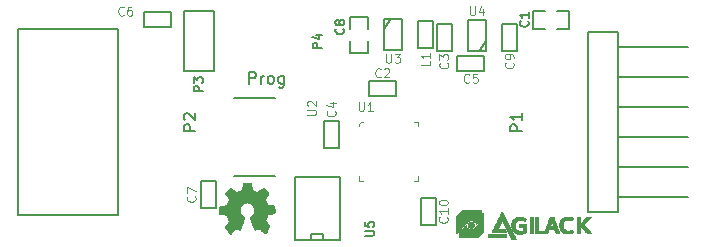
<source format=gbr>
G04 #@! TF.FileFunction,Legend,Top*
%FSLAX46Y46*%
G04 Gerber Fmt 4.6, Leading zero omitted, Abs format (unit mm)*
G04 Created by KiCad (PCBNEW 4.0.2+dfsg1-stable) date mar. 12 sept. 2017 23:56:27 CEST*
%MOMM*%
G01*
G04 APERTURE LIST*
%ADD10C,0.100000*%
%ADD11C,0.203200*%
%ADD12C,0.150000*%
%ADD13C,0.027940*%
%ADD14C,0.101600*%
%ADD15C,0.127000*%
%ADD16C,0.152400*%
%ADD17C,0.076200*%
%ADD18C,0.124460*%
G04 APERTURE END LIST*
D10*
D11*
X142694209Y-101722181D02*
X142694209Y-100722181D01*
X143075162Y-100722181D01*
X143170400Y-100769800D01*
X143218019Y-100817419D01*
X143265638Y-100912657D01*
X143265638Y-101055514D01*
X143218019Y-101150752D01*
X143170400Y-101198371D01*
X143075162Y-101245990D01*
X142694209Y-101245990D01*
X143694209Y-101722181D02*
X143694209Y-101055514D01*
X143694209Y-101245990D02*
X143741828Y-101150752D01*
X143789447Y-101103133D01*
X143884685Y-101055514D01*
X143979924Y-101055514D01*
X144456114Y-101722181D02*
X144360876Y-101674562D01*
X144313257Y-101626943D01*
X144265638Y-101531705D01*
X144265638Y-101245990D01*
X144313257Y-101150752D01*
X144360876Y-101103133D01*
X144456114Y-101055514D01*
X144598972Y-101055514D01*
X144694210Y-101103133D01*
X144741829Y-101150752D01*
X144789448Y-101245990D01*
X144789448Y-101531705D01*
X144741829Y-101626943D01*
X144694210Y-101674562D01*
X144598972Y-101722181D01*
X144456114Y-101722181D01*
X145646591Y-101055514D02*
X145646591Y-101865038D01*
X145598972Y-101960276D01*
X145551353Y-102007895D01*
X145456114Y-102055514D01*
X145313257Y-102055514D01*
X145218019Y-102007895D01*
X145646591Y-101674562D02*
X145551353Y-101722181D01*
X145360876Y-101722181D01*
X145265638Y-101674562D01*
X145218019Y-101626943D01*
X145170400Y-101531705D01*
X145170400Y-101245990D01*
X145218019Y-101150752D01*
X145265638Y-101103133D01*
X145360876Y-101055514D01*
X145551353Y-101055514D01*
X145646591Y-101103133D01*
D12*
X179889800Y-111350000D02*
X173889800Y-111350000D01*
X179889800Y-108810000D02*
X173889800Y-108810000D01*
X179889800Y-106270000D02*
X173889800Y-106270000D01*
X179889800Y-103730000D02*
X173889800Y-103730000D01*
X179889800Y-101190000D02*
X173889800Y-101190000D01*
X179889800Y-98650000D02*
X173889800Y-98650000D01*
X171349800Y-97380000D02*
X171349800Y-112620000D01*
X171349800Y-112620000D02*
X173889800Y-112620000D01*
X173889800Y-112620000D02*
X173889800Y-97380000D01*
X171349800Y-97380000D02*
X173889800Y-97380000D01*
D13*
X142341600Y-110096300D02*
X142595600Y-110096300D01*
X142189200Y-110121700D02*
X142824200Y-110121700D01*
X142189200Y-110147100D02*
X142824200Y-110147100D01*
X142163800Y-110172500D02*
X142849600Y-110172500D01*
X142163800Y-110197900D02*
X142849600Y-110197900D01*
X142163800Y-110223300D02*
X142849600Y-110223300D01*
X142163800Y-110248700D02*
X142849600Y-110248700D01*
X142163800Y-110274100D02*
X142849600Y-110274100D01*
X142163800Y-110299500D02*
X142849600Y-110299500D01*
X142138400Y-110324900D02*
X142875000Y-110324900D01*
X142138400Y-110350300D02*
X142875000Y-110350300D01*
X142138400Y-110375700D02*
X142875000Y-110375700D01*
X142138400Y-110401100D02*
X142875000Y-110401100D01*
X142138400Y-110426500D02*
X142875000Y-110426500D01*
X142113000Y-110451900D02*
X142875000Y-110451900D01*
X142113000Y-110477300D02*
X142900400Y-110477300D01*
X142113000Y-110502700D02*
X142900400Y-110502700D01*
X142113000Y-110528100D02*
X142900400Y-110528100D01*
X142113000Y-110553500D02*
X142900400Y-110553500D01*
X141071600Y-110578900D02*
X141147800Y-110578900D01*
X142113000Y-110578900D02*
X142900400Y-110578900D01*
X143840200Y-110578900D02*
X143941800Y-110578900D01*
X141046200Y-110604300D02*
X141173200Y-110604300D01*
X142087600Y-110604300D02*
X142900400Y-110604300D01*
X143789400Y-110604300D02*
X143967200Y-110604300D01*
X141020800Y-110629700D02*
X141224000Y-110629700D01*
X142087600Y-110629700D02*
X142900400Y-110629700D01*
X143764000Y-110629700D02*
X143992600Y-110629700D01*
X140970000Y-110655100D02*
X141249400Y-110655100D01*
X142087600Y-110655100D02*
X142925800Y-110655100D01*
X143713200Y-110655100D02*
X144043400Y-110655100D01*
X140944600Y-110680500D02*
X141300200Y-110680500D01*
X142087600Y-110680500D02*
X142925800Y-110680500D01*
X143687800Y-110680500D02*
X144068800Y-110680500D01*
X140919200Y-110705900D02*
X141325600Y-110705900D01*
X142087600Y-110705900D02*
X142925800Y-110705900D01*
X143637000Y-110705900D02*
X144094200Y-110705900D01*
X140893800Y-110731300D02*
X141351000Y-110731300D01*
X142062200Y-110731300D02*
X142925800Y-110731300D01*
X143611600Y-110731300D02*
X144119600Y-110731300D01*
X140868400Y-110756700D02*
X141401800Y-110756700D01*
X141986000Y-110756700D02*
X143027400Y-110756700D01*
X143560800Y-110756700D02*
X144145000Y-110756700D01*
X140843000Y-110782100D02*
X141427200Y-110782100D01*
X141909800Y-110782100D02*
X143103600Y-110782100D01*
X143535400Y-110782100D02*
X144170400Y-110782100D01*
X140817600Y-110807500D02*
X141478000Y-110807500D01*
X141833600Y-110807500D02*
X143154400Y-110807500D01*
X143484600Y-110807500D02*
X144195800Y-110807500D01*
X140792200Y-110832900D02*
X141503400Y-110832900D01*
X141782800Y-110832900D02*
X143230600Y-110832900D01*
X143459200Y-110832900D02*
X144221200Y-110832900D01*
X140766800Y-110858300D02*
X141528800Y-110858300D01*
X141732000Y-110858300D02*
X143281400Y-110858300D01*
X143433800Y-110858300D02*
X144246600Y-110858300D01*
X140741400Y-110883700D02*
X141579600Y-110883700D01*
X141681200Y-110883700D02*
X143332200Y-110883700D01*
X143383000Y-110883700D02*
X144272000Y-110883700D01*
X140716000Y-110909100D02*
X141605000Y-110909100D01*
X141630400Y-110909100D02*
X144297400Y-110909100D01*
X140690600Y-110934500D02*
X144297400Y-110934500D01*
X140690600Y-110959900D02*
X144322800Y-110959900D01*
X140665200Y-110985300D02*
X144322800Y-110985300D01*
X140665200Y-111010700D02*
X144322800Y-111010700D01*
X140690600Y-111036100D02*
X144322800Y-111036100D01*
X140690600Y-111061500D02*
X144297400Y-111061500D01*
X140716000Y-111086900D02*
X144297400Y-111086900D01*
X140741400Y-111112300D02*
X144272000Y-111112300D01*
X140741400Y-111137700D02*
X144246600Y-111137700D01*
X140766800Y-111163100D02*
X144221200Y-111163100D01*
X140792200Y-111188500D02*
X144221200Y-111188500D01*
X140817600Y-111213900D02*
X144195800Y-111213900D01*
X140817600Y-111239300D02*
X144170400Y-111239300D01*
X140843000Y-111264700D02*
X144170400Y-111264700D01*
X140868400Y-111290100D02*
X144145000Y-111290100D01*
X140868400Y-111315500D02*
X144119600Y-111315500D01*
X140893800Y-111340900D02*
X144094200Y-111340900D01*
X140919200Y-111366300D02*
X144094200Y-111366300D01*
X140919200Y-111391700D02*
X144068800Y-111391700D01*
X140944600Y-111417100D02*
X144043400Y-111417100D01*
X140970000Y-111442500D02*
X144018000Y-111442500D01*
X140970000Y-111467900D02*
X144018000Y-111467900D01*
X140995400Y-111493300D02*
X143992600Y-111493300D01*
X140995400Y-111518700D02*
X143992600Y-111518700D01*
X140995400Y-111544100D02*
X144018000Y-111544100D01*
X140970000Y-111569500D02*
X144043400Y-111569500D01*
X140970000Y-111594900D02*
X144043400Y-111594900D01*
X140944600Y-111620300D02*
X144068800Y-111620300D01*
X140944600Y-111645700D02*
X144068800Y-111645700D01*
X140919200Y-111671100D02*
X144094200Y-111671100D01*
X140919200Y-111696500D02*
X144094200Y-111696500D01*
X140893800Y-111721900D02*
X144119600Y-111721900D01*
X140893800Y-111747300D02*
X144119600Y-111747300D01*
X140868400Y-111772700D02*
X144119600Y-111772700D01*
X140868400Y-111798100D02*
X142392400Y-111798100D01*
X142621000Y-111798100D02*
X144145000Y-111798100D01*
X140868400Y-111823500D02*
X142316200Y-111823500D01*
X142697200Y-111823500D02*
X144145000Y-111823500D01*
X140843000Y-111848900D02*
X142240000Y-111848900D01*
X142773400Y-111848900D02*
X144170400Y-111848900D01*
X140843000Y-111874300D02*
X142189200Y-111874300D01*
X142824200Y-111874300D02*
X144170400Y-111874300D01*
X140843000Y-111899700D02*
X142163800Y-111899700D01*
X142849600Y-111899700D02*
X144170400Y-111899700D01*
X140817600Y-111925100D02*
X142113000Y-111925100D01*
X142900400Y-111925100D02*
X144195800Y-111925100D01*
X140817600Y-111950500D02*
X142087600Y-111950500D01*
X142925800Y-111950500D02*
X144272000Y-111950500D01*
X140817600Y-111975900D02*
X142062200Y-111975900D01*
X142951200Y-111975900D02*
X144424400Y-111975900D01*
X140792200Y-112001300D02*
X142036800Y-112001300D01*
X142976600Y-112001300D02*
X144551400Y-112001300D01*
X140639800Y-112026700D02*
X142011400Y-112026700D01*
X143002000Y-112026700D02*
X144703800Y-112026700D01*
X140487400Y-112052100D02*
X142011400Y-112052100D01*
X143002000Y-112052100D02*
X144805400Y-112052100D01*
X140335000Y-112077500D02*
X141986000Y-112077500D01*
X143027400Y-112077500D02*
X144805400Y-112077500D01*
X140208000Y-112102900D02*
X141960600Y-112102900D01*
X143052800Y-112102900D02*
X144830800Y-112102900D01*
X140182600Y-112128300D02*
X141960600Y-112128300D01*
X143052800Y-112128300D02*
X144830800Y-112128300D01*
X140182600Y-112153700D02*
X141935200Y-112153700D01*
X143078200Y-112153700D02*
X144830800Y-112153700D01*
X140182600Y-112179100D02*
X141935200Y-112179100D01*
X143078200Y-112179100D02*
X144830800Y-112179100D01*
X140182600Y-112204500D02*
X141909800Y-112204500D01*
X143103600Y-112204500D02*
X144830800Y-112204500D01*
X140182600Y-112229900D02*
X141909800Y-112229900D01*
X143103600Y-112229900D02*
X144830800Y-112229900D01*
X140182600Y-112255300D02*
X141909800Y-112255300D01*
X143103600Y-112255300D02*
X144830800Y-112255300D01*
X140182600Y-112280700D02*
X141909800Y-112280700D01*
X143129000Y-112280700D02*
X144830800Y-112280700D01*
X140182600Y-112306100D02*
X141884400Y-112306100D01*
X143129000Y-112306100D02*
X144830800Y-112306100D01*
X140182600Y-112331500D02*
X141884400Y-112331500D01*
X143129000Y-112331500D02*
X144856200Y-112331500D01*
X140157200Y-112356900D02*
X141884400Y-112356900D01*
X143129000Y-112356900D02*
X144856200Y-112356900D01*
X140157200Y-112382300D02*
X141884400Y-112382300D01*
X143129000Y-112382300D02*
X144856200Y-112382300D01*
X140157200Y-112407700D02*
X141884400Y-112407700D01*
X143129000Y-112407700D02*
X144856200Y-112407700D01*
X140157200Y-112433100D02*
X141884400Y-112433100D01*
X143129000Y-112433100D02*
X144856200Y-112433100D01*
X140157200Y-112458500D02*
X141884400Y-112458500D01*
X143129000Y-112458500D02*
X144856200Y-112458500D01*
X140157200Y-112483900D02*
X141884400Y-112483900D01*
X143129000Y-112483900D02*
X144856200Y-112483900D01*
X140157200Y-112509300D02*
X141884400Y-112509300D01*
X143129000Y-112509300D02*
X144856200Y-112509300D01*
X140157200Y-112534700D02*
X141884400Y-112534700D01*
X143129000Y-112534700D02*
X144856200Y-112534700D01*
X140157200Y-112560100D02*
X141909800Y-112560100D01*
X143129000Y-112560100D02*
X144856200Y-112560100D01*
X140182600Y-112585500D02*
X141909800Y-112585500D01*
X143103600Y-112585500D02*
X144856200Y-112585500D01*
X140182600Y-112610900D02*
X141909800Y-112610900D01*
X143103600Y-112610900D02*
X144830800Y-112610900D01*
X140182600Y-112636300D02*
X141935200Y-112636300D01*
X143103600Y-112636300D02*
X144830800Y-112636300D01*
X140182600Y-112661700D02*
X141935200Y-112661700D01*
X143078200Y-112661700D02*
X144830800Y-112661700D01*
X140182600Y-112687100D02*
X141935200Y-112687100D01*
X143078200Y-112687100D02*
X144805400Y-112687100D01*
X140182600Y-112712500D02*
X141960600Y-112712500D01*
X143052800Y-112712500D02*
X144653000Y-112712500D01*
X140284200Y-112737900D02*
X141986000Y-112737900D01*
X143052800Y-112737900D02*
X144500600Y-112737900D01*
X140411200Y-112763300D02*
X141986000Y-112763300D01*
X143027400Y-112763300D02*
X144322800Y-112763300D01*
X140563600Y-112788700D02*
X142011400Y-112788700D01*
X143002000Y-112788700D02*
X144221200Y-112788700D01*
X140690600Y-112814100D02*
X142036800Y-112814100D01*
X142976600Y-112814100D02*
X144221200Y-112814100D01*
X140792200Y-112839500D02*
X142062200Y-112839500D01*
X142976600Y-112839500D02*
X144221200Y-112839500D01*
X140817600Y-112864900D02*
X142062200Y-112864900D01*
X142951200Y-112864900D02*
X144195800Y-112864900D01*
X140817600Y-112890300D02*
X142113000Y-112890300D01*
X142900400Y-112890300D02*
X144195800Y-112890300D01*
X140817600Y-112915700D02*
X142138400Y-112915700D01*
X142875000Y-112915700D02*
X144195800Y-112915700D01*
X140817600Y-112941100D02*
X142163800Y-112941100D01*
X142849600Y-112941100D02*
X144195800Y-112941100D01*
X140843000Y-112966500D02*
X142214600Y-112966500D01*
X142798800Y-112966500D02*
X144170400Y-112966500D01*
X140843000Y-112991900D02*
X142265400Y-112991900D01*
X142748000Y-112991900D02*
X144170400Y-112991900D01*
X140843000Y-113017300D02*
X142290800Y-113017300D01*
X142748000Y-113017300D02*
X144170400Y-113017300D01*
X140868400Y-113042700D02*
X142290800Y-113042700D01*
X142748000Y-113042700D02*
X144145000Y-113042700D01*
X140868400Y-113068100D02*
X142290800Y-113068100D01*
X142748000Y-113068100D02*
X144145000Y-113068100D01*
X140868400Y-113093500D02*
X142265400Y-113093500D01*
X142773400Y-113093500D02*
X144119600Y-113093500D01*
X140893800Y-113118900D02*
X142265400Y-113118900D01*
X142773400Y-113118900D02*
X144119600Y-113118900D01*
X140893800Y-113144300D02*
X142265400Y-113144300D01*
X142773400Y-113144300D02*
X144119600Y-113144300D01*
X140919200Y-113169700D02*
X142240000Y-113169700D01*
X142798800Y-113169700D02*
X144094200Y-113169700D01*
X140919200Y-113195100D02*
X142240000Y-113195100D01*
X142798800Y-113195100D02*
X144094200Y-113195100D01*
X140944600Y-113220500D02*
X142214600Y-113220500D01*
X142824200Y-113220500D02*
X144068800Y-113220500D01*
X140944600Y-113245900D02*
X142214600Y-113245900D01*
X142824200Y-113245900D02*
X144068800Y-113245900D01*
X140970000Y-113271300D02*
X142214600Y-113271300D01*
X142824200Y-113271300D02*
X144043400Y-113271300D01*
X140970000Y-113296700D02*
X142189200Y-113296700D01*
X142849600Y-113296700D02*
X144068800Y-113296700D01*
X140995400Y-113322100D02*
X142189200Y-113322100D01*
X142849600Y-113322100D02*
X144068800Y-113322100D01*
X140995400Y-113347500D02*
X142189200Y-113347500D01*
X142875000Y-113347500D02*
X144094200Y-113347500D01*
X140995400Y-113372900D02*
X142163800Y-113372900D01*
X142875000Y-113372900D02*
X144119600Y-113372900D01*
X140995400Y-113398300D02*
X142163800Y-113398300D01*
X142875000Y-113398300D02*
X144145000Y-113398300D01*
X140970000Y-113423700D02*
X142163800Y-113423700D01*
X142900400Y-113423700D02*
X144145000Y-113423700D01*
X140944600Y-113449100D02*
X142138400Y-113449100D01*
X142900400Y-113449100D02*
X144170400Y-113449100D01*
X140919200Y-113474500D02*
X142138400Y-113474500D01*
X142900400Y-113474500D02*
X144195800Y-113474500D01*
X140919200Y-113499900D02*
X142138400Y-113499900D01*
X142925800Y-113499900D02*
X144195800Y-113499900D01*
X140893800Y-113525300D02*
X142113000Y-113525300D01*
X142925800Y-113525300D02*
X144221200Y-113525300D01*
X140868400Y-113550700D02*
X142113000Y-113550700D01*
X142951200Y-113550700D02*
X144246600Y-113550700D01*
X140843000Y-113576100D02*
X142113000Y-113576100D01*
X142951200Y-113576100D02*
X144246600Y-113576100D01*
X140843000Y-113601500D02*
X142087600Y-113601500D01*
X142951200Y-113601500D02*
X144272000Y-113601500D01*
X140817600Y-113626900D02*
X142087600Y-113626900D01*
X142976600Y-113626900D02*
X144297400Y-113626900D01*
X140792200Y-113652300D02*
X142062200Y-113652300D01*
X142976600Y-113652300D02*
X144297400Y-113652300D01*
X140792200Y-113677700D02*
X142062200Y-113677700D01*
X143002000Y-113677700D02*
X144322800Y-113677700D01*
X140766800Y-113703100D02*
X142062200Y-113703100D01*
X143002000Y-113703100D02*
X144348200Y-113703100D01*
X140741400Y-113728500D02*
X142036800Y-113728500D01*
X143002000Y-113728500D02*
X144373600Y-113728500D01*
X140716000Y-113753900D02*
X142036800Y-113753900D01*
X143027400Y-113753900D02*
X144373600Y-113753900D01*
X140716000Y-113779300D02*
X142036800Y-113779300D01*
X143027400Y-113779300D02*
X144399000Y-113779300D01*
X140690600Y-113804700D02*
X142011400Y-113804700D01*
X143052800Y-113804700D02*
X144399000Y-113804700D01*
X140665200Y-113830100D02*
X142011400Y-113830100D01*
X143052800Y-113830100D02*
X144399000Y-113830100D01*
X140665200Y-113855500D02*
X142011400Y-113855500D01*
X143052800Y-113855500D02*
X144373600Y-113855500D01*
X140665200Y-113880900D02*
X141986000Y-113880900D01*
X143078200Y-113880900D02*
X144348200Y-113880900D01*
X140665200Y-113906300D02*
X141986000Y-113906300D01*
X143078200Y-113906300D02*
X144322800Y-113906300D01*
X140690600Y-113931700D02*
X141986000Y-113931700D01*
X143078200Y-113931700D02*
X144297400Y-113931700D01*
X140716000Y-113957100D02*
X141960600Y-113957100D01*
X143103600Y-113957100D02*
X144297400Y-113957100D01*
X140741400Y-113982500D02*
X141960600Y-113982500D01*
X143103600Y-113982500D02*
X143459200Y-113982500D01*
X143510000Y-113982500D02*
X144272000Y-113982500D01*
X140766800Y-114007900D02*
X141960600Y-114007900D01*
X143129000Y-114007900D02*
X143383000Y-114007900D01*
X143586200Y-114007900D02*
X144246600Y-114007900D01*
X140792200Y-114033300D02*
X141554200Y-114033300D01*
X141681200Y-114033300D02*
X141935200Y-114033300D01*
X143129000Y-114033300D02*
X143332200Y-114033300D01*
X143611600Y-114033300D02*
X144221200Y-114033300D01*
X140817600Y-114058700D02*
X141503400Y-114058700D01*
X141757400Y-114058700D02*
X141935200Y-114058700D01*
X143129000Y-114058700D02*
X143281400Y-114058700D01*
X143637000Y-114058700D02*
X144195800Y-114058700D01*
X140843000Y-114084100D02*
X141452600Y-114084100D01*
X141808200Y-114084100D02*
X141909800Y-114084100D01*
X143154400Y-114084100D02*
X143230600Y-114084100D01*
X143662400Y-114084100D02*
X144221200Y-114084100D01*
X140868400Y-114109500D02*
X141427200Y-114109500D01*
X141859000Y-114109500D02*
X141909800Y-114109500D01*
X143154400Y-114109500D02*
X143179800Y-114109500D01*
X143662400Y-114109500D02*
X144221200Y-114109500D01*
X140893800Y-114134900D02*
X141376400Y-114134900D01*
X143713200Y-114134900D02*
X144221200Y-114134900D01*
X140919200Y-114160300D02*
X141351000Y-114160300D01*
X143738600Y-114160300D02*
X144221200Y-114160300D01*
X140919200Y-114185700D02*
X141300200Y-114185700D01*
X143764000Y-114185700D02*
X144221200Y-114185700D01*
X140919200Y-114211100D02*
X141274800Y-114211100D01*
X143814800Y-114211100D02*
X144221200Y-114211100D01*
X140919200Y-114236500D02*
X141249400Y-114236500D01*
X143865600Y-114236500D02*
X144195800Y-114236500D01*
X140944600Y-114261900D02*
X141224000Y-114261900D01*
X143916400Y-114261900D02*
X144195800Y-114261900D01*
X140944600Y-114287300D02*
X141198600Y-114287300D01*
X143941800Y-114287300D02*
X144170400Y-114287300D01*
X140970000Y-114312700D02*
X141198600Y-114312700D01*
X143967200Y-114312700D02*
X144170400Y-114312700D01*
X140995400Y-114338100D02*
X141173200Y-114338100D01*
X143992600Y-114338100D02*
X144145000Y-114338100D01*
X141020800Y-114363500D02*
X141173200Y-114363500D01*
X144018000Y-114363500D02*
X144119600Y-114363500D01*
X141046200Y-114388900D02*
X141147800Y-114388900D01*
X144043400Y-114388900D02*
X144094200Y-114388900D01*
X141071600Y-114414300D02*
X141147800Y-114414300D01*
X160695640Y-112440720D02*
X162346640Y-112440720D01*
X160670240Y-112466120D02*
X162346640Y-112466120D01*
X160644840Y-112491520D02*
X162346640Y-112491520D01*
X160619440Y-112516920D02*
X162346640Y-112516920D01*
X160594040Y-112542320D02*
X162346640Y-112542320D01*
X160568640Y-112567720D02*
X162346640Y-112567720D01*
X160543240Y-112593120D02*
X162346640Y-112593120D01*
X164073840Y-112593120D02*
X164099240Y-112593120D01*
X160517840Y-112618520D02*
X160822640Y-112618520D01*
X164048440Y-112618520D02*
X164124640Y-112618520D01*
X160492440Y-112643920D02*
X160797240Y-112643920D01*
X164048440Y-112643920D02*
X164124640Y-112643920D01*
X160467040Y-112669320D02*
X160771840Y-112669320D01*
X164023040Y-112669320D02*
X164150040Y-112669320D01*
X160441640Y-112694720D02*
X160746440Y-112694720D01*
X160822640Y-112694720D02*
X162499040Y-112694720D01*
X164023040Y-112694720D02*
X164150040Y-112694720D01*
X160416240Y-112720120D02*
X160721040Y-112720120D01*
X160797240Y-112720120D02*
X162499040Y-112720120D01*
X163997640Y-112720120D02*
X164175440Y-112720120D01*
X160390840Y-112745520D02*
X160695640Y-112745520D01*
X160771840Y-112745520D02*
X162448240Y-112745520D01*
X162473640Y-112745520D02*
X162499040Y-112745520D01*
X163997640Y-112745520D02*
X164175440Y-112745520D01*
X160365440Y-112770920D02*
X160670240Y-112770920D01*
X160746440Y-112770920D02*
X162422840Y-112770920D01*
X162473640Y-112770920D02*
X162499040Y-112770920D01*
X163972240Y-112770920D02*
X164200840Y-112770920D01*
X160340040Y-112796320D02*
X160644840Y-112796320D01*
X160721040Y-112796320D02*
X162397440Y-112796320D01*
X162473640Y-112796320D02*
X162499040Y-112796320D01*
X163972240Y-112796320D02*
X164200840Y-112796320D01*
X160314640Y-112821720D02*
X160619440Y-112821720D01*
X160695640Y-112821720D02*
X162372040Y-112821720D01*
X162473640Y-112821720D02*
X162499040Y-112821720D01*
X163946840Y-112821720D02*
X164226240Y-112821720D01*
X160289240Y-112847120D02*
X160594040Y-112847120D01*
X160670240Y-112847120D02*
X162346640Y-112847120D01*
X162473640Y-112847120D02*
X162499040Y-112847120D01*
X163946840Y-112847120D02*
X164226240Y-112847120D01*
X160263840Y-112872520D02*
X160568640Y-112872520D01*
X160644840Y-112872520D02*
X162321240Y-112872520D01*
X162473640Y-112872520D02*
X162499040Y-112872520D01*
X163921440Y-112872520D02*
X164251640Y-112872520D01*
X160238440Y-112897920D02*
X160543240Y-112897920D01*
X160619440Y-112897920D02*
X162295840Y-112897920D01*
X162473640Y-112897920D02*
X162499040Y-112897920D01*
X163921440Y-112897920D02*
X164251640Y-112897920D01*
X160213040Y-112923320D02*
X160517840Y-112923320D01*
X160594040Y-112923320D02*
X162270440Y-112923320D01*
X162422840Y-112923320D02*
X162499040Y-112923320D01*
X163896040Y-112923320D02*
X164277040Y-112923320D01*
X160187640Y-112948720D02*
X160492440Y-112948720D01*
X160568640Y-112948720D02*
X162245040Y-112948720D01*
X162422840Y-112948720D02*
X162499040Y-112948720D01*
X163896040Y-112948720D02*
X164277040Y-112948720D01*
X160187640Y-112974120D02*
X160492440Y-112974120D01*
X160543240Y-112974120D02*
X162219640Y-112974120D01*
X162372040Y-112974120D02*
X162499040Y-112974120D01*
X163870640Y-112974120D02*
X164302440Y-112974120D01*
X160187640Y-112999520D02*
X160467040Y-112999520D01*
X160517840Y-112999520D02*
X162194240Y-112999520D01*
X162346640Y-112999520D02*
X162499040Y-112999520D01*
X163870640Y-112999520D02*
X164302440Y-112999520D01*
X166461440Y-112999520D02*
X166715440Y-112999520D01*
X166893240Y-112999520D02*
X167147240Y-112999520D01*
X168163240Y-112999520D02*
X168442640Y-112999520D01*
X169458640Y-112999520D02*
X169915840Y-112999520D01*
X170474640Y-112999520D02*
X170728640Y-112999520D01*
X171262040Y-112999520D02*
X171617640Y-112999520D01*
X160187640Y-113024920D02*
X160416240Y-113024920D01*
X160492440Y-113024920D02*
X162168840Y-113024920D01*
X162321240Y-113024920D02*
X162499040Y-113024920D01*
X163845240Y-113024920D02*
X164327840Y-113024920D01*
X165394640Y-113024920D02*
X165826440Y-113024920D01*
X166461440Y-113024920D02*
X166715440Y-113024920D01*
X166893240Y-113024920D02*
X167147240Y-113024920D01*
X168137840Y-113024920D02*
X168442640Y-113024920D01*
X169382440Y-113024920D02*
X170017440Y-113024920D01*
X170474640Y-113024920D02*
X170728640Y-113024920D01*
X171236640Y-113024920D02*
X171592240Y-113024920D01*
X160187640Y-113050320D02*
X160416240Y-113050320D01*
X160467040Y-113050320D02*
X162143440Y-113050320D01*
X162295840Y-113050320D02*
X162499040Y-113050320D01*
X163845240Y-113050320D02*
X164327840Y-113050320D01*
X165293040Y-113050320D02*
X165902640Y-113050320D01*
X166461440Y-113050320D02*
X166715440Y-113050320D01*
X166893240Y-113050320D02*
X167147240Y-113050320D01*
X168137840Y-113050320D02*
X168468040Y-113050320D01*
X169331640Y-113050320D02*
X170068240Y-113050320D01*
X170474640Y-113050320D02*
X170728640Y-113050320D01*
X171211240Y-113050320D02*
X171566840Y-113050320D01*
X160187640Y-113075720D02*
X160390840Y-113075720D01*
X160441640Y-113075720D02*
X162118040Y-113075720D01*
X162270440Y-113075720D02*
X162499040Y-113075720D01*
X163819840Y-113075720D02*
X164353240Y-113075720D01*
X165242240Y-113075720D02*
X165978840Y-113075720D01*
X166461440Y-113075720D02*
X166715440Y-113075720D01*
X166893240Y-113075720D02*
X167147240Y-113075720D01*
X168137840Y-113075720D02*
X168468040Y-113075720D01*
X169280840Y-113075720D02*
X170119040Y-113075720D01*
X170474640Y-113075720D02*
X170728640Y-113075720D01*
X171185840Y-113075720D02*
X171541440Y-113075720D01*
X160187640Y-113101120D02*
X160365440Y-113101120D01*
X160441640Y-113101120D02*
X162092640Y-113101120D01*
X162245040Y-113101120D02*
X162448240Y-113101120D01*
X162473640Y-113101120D02*
X162499040Y-113101120D01*
X163819840Y-113101120D02*
X164353240Y-113101120D01*
X165191440Y-113101120D02*
X166029640Y-113101120D01*
X166461440Y-113101120D02*
X166715440Y-113101120D01*
X166893240Y-113101120D02*
X167147240Y-113101120D01*
X168112440Y-113101120D02*
X168468040Y-113101120D01*
X169230040Y-113101120D02*
X170119040Y-113101120D01*
X170474640Y-113101120D02*
X170728640Y-113101120D01*
X171160440Y-113101120D02*
X171516040Y-113101120D01*
X160187640Y-113126520D02*
X160365440Y-113126520D01*
X160441640Y-113126520D02*
X162067240Y-113126520D01*
X162219640Y-113126520D02*
X162422840Y-113126520D01*
X162473640Y-113126520D02*
X162499040Y-113126520D01*
X163794440Y-113126520D02*
X164378640Y-113126520D01*
X165166040Y-113126520D02*
X166080440Y-113126520D01*
X166461440Y-113126520D02*
X166715440Y-113126520D01*
X166893240Y-113126520D02*
X167147240Y-113126520D01*
X168112440Y-113126520D02*
X168493440Y-113126520D01*
X169204640Y-113126520D02*
X170119040Y-113126520D01*
X170474640Y-113126520D02*
X170728640Y-113126520D01*
X171135040Y-113126520D02*
X171490640Y-113126520D01*
X160187640Y-113151920D02*
X160365440Y-113151920D01*
X160441640Y-113151920D02*
X162041840Y-113151920D01*
X162194240Y-113151920D02*
X162397440Y-113151920D01*
X162473640Y-113151920D02*
X162499040Y-113151920D01*
X163794440Y-113151920D02*
X164378640Y-113151920D01*
X165115240Y-113151920D02*
X166105840Y-113151920D01*
X166461440Y-113151920D02*
X166715440Y-113151920D01*
X166893240Y-113151920D02*
X167147240Y-113151920D01*
X168112440Y-113151920D02*
X168493440Y-113151920D01*
X169153840Y-113151920D02*
X170093640Y-113151920D01*
X170474640Y-113151920D02*
X170728640Y-113151920D01*
X171109640Y-113151920D02*
X171465240Y-113151920D01*
X160187640Y-113177320D02*
X160365440Y-113177320D01*
X160441640Y-113177320D02*
X162016440Y-113177320D01*
X162168840Y-113177320D02*
X162372040Y-113177320D01*
X162473640Y-113177320D02*
X162499040Y-113177320D01*
X163769040Y-113177320D02*
X164404040Y-113177320D01*
X165089840Y-113177320D02*
X166105840Y-113177320D01*
X166461440Y-113177320D02*
X166715440Y-113177320D01*
X166893240Y-113177320D02*
X167147240Y-113177320D01*
X168087040Y-113177320D02*
X168518840Y-113177320D01*
X169128440Y-113177320D02*
X170093640Y-113177320D01*
X170474640Y-113177320D02*
X170728640Y-113177320D01*
X171109640Y-113177320D02*
X171439840Y-113177320D01*
X160187640Y-113202720D02*
X160365440Y-113202720D01*
X160441640Y-113202720D02*
X161991040Y-113202720D01*
X162143440Y-113202720D02*
X162346640Y-113202720D01*
X162473640Y-113202720D02*
X162499040Y-113202720D01*
X163769040Y-113202720D02*
X164404040Y-113202720D01*
X165064440Y-113202720D02*
X166105840Y-113202720D01*
X166461440Y-113202720D02*
X166715440Y-113202720D01*
X166893240Y-113202720D02*
X167147240Y-113202720D01*
X168087040Y-113202720D02*
X168518840Y-113202720D01*
X169103040Y-113202720D02*
X170068240Y-113202720D01*
X170474640Y-113202720D02*
X170728640Y-113202720D01*
X171084240Y-113202720D02*
X171414440Y-113202720D01*
X160187640Y-113228120D02*
X160365440Y-113228120D01*
X160441640Y-113228120D02*
X161965640Y-113228120D01*
X162118040Y-113228120D02*
X162321240Y-113228120D01*
X162448240Y-113228120D02*
X162499040Y-113228120D01*
X163743640Y-113228120D02*
X164429440Y-113228120D01*
X165039040Y-113228120D02*
X166080440Y-113228120D01*
X166461440Y-113228120D02*
X166715440Y-113228120D01*
X166893240Y-113228120D02*
X167147240Y-113228120D01*
X168087040Y-113228120D02*
X168518840Y-113228120D01*
X169103040Y-113228120D02*
X170068240Y-113228120D01*
X170474640Y-113228120D02*
X170728640Y-113228120D01*
X171058840Y-113228120D02*
X171389040Y-113228120D01*
X160187640Y-113253520D02*
X160365440Y-113253520D01*
X160441640Y-113253520D02*
X161940240Y-113253520D01*
X162092640Y-113253520D02*
X162295840Y-113253520D01*
X162422840Y-113253520D02*
X162499040Y-113253520D01*
X163743640Y-113253520D02*
X164429440Y-113253520D01*
X165013640Y-113253520D02*
X166055040Y-113253520D01*
X166461440Y-113253520D02*
X166715440Y-113253520D01*
X166893240Y-113253520D02*
X167147240Y-113253520D01*
X168061640Y-113253520D02*
X168544240Y-113253520D01*
X169077640Y-113253520D02*
X169534840Y-113253520D01*
X169890440Y-113253520D02*
X170068240Y-113253520D01*
X170474640Y-113253520D02*
X170728640Y-113253520D01*
X171033440Y-113253520D02*
X171363640Y-113253520D01*
X160187640Y-113278920D02*
X160365440Y-113278920D01*
X160441640Y-113278920D02*
X161914840Y-113278920D01*
X162067240Y-113278920D02*
X162270440Y-113278920D01*
X162397440Y-113278920D02*
X162499040Y-113278920D01*
X163718240Y-113278920D02*
X164073840Y-113278920D01*
X164099240Y-113278920D02*
X164454840Y-113278920D01*
X165013640Y-113278920D02*
X165470840Y-113278920D01*
X165775640Y-113278920D02*
X166055040Y-113278920D01*
X166461440Y-113278920D02*
X166715440Y-113278920D01*
X166893240Y-113278920D02*
X167147240Y-113278920D01*
X168061640Y-113278920D02*
X168544240Y-113278920D01*
X169052240Y-113278920D02*
X169484040Y-113278920D01*
X169966640Y-113278920D02*
X170042840Y-113278920D01*
X170474640Y-113278920D02*
X170728640Y-113278920D01*
X171008040Y-113278920D02*
X171338240Y-113278920D01*
X160187640Y-113304320D02*
X160365440Y-113304320D01*
X160441640Y-113304320D02*
X161356040Y-113304320D01*
X161559240Y-113304320D02*
X161889440Y-113304320D01*
X162041840Y-113304320D02*
X162245040Y-113304320D01*
X162372040Y-113304320D02*
X162499040Y-113304320D01*
X163718240Y-113304320D02*
X164073840Y-113304320D01*
X164099240Y-113304320D02*
X164454840Y-113304320D01*
X164988240Y-113304320D02*
X165394640Y-113304320D01*
X165877240Y-113304320D02*
X166029640Y-113304320D01*
X166461440Y-113304320D02*
X166715440Y-113304320D01*
X166893240Y-113304320D02*
X167147240Y-113304320D01*
X168036240Y-113304320D02*
X168544240Y-113304320D01*
X169026840Y-113304320D02*
X169433240Y-113304320D01*
X170474640Y-113304320D02*
X170728640Y-113304320D01*
X170982640Y-113304320D02*
X171338240Y-113304320D01*
X160187640Y-113329720D02*
X160365440Y-113329720D01*
X160441640Y-113329720D02*
X161279840Y-113329720D01*
X161635440Y-113329720D02*
X161864040Y-113329720D01*
X162016440Y-113329720D02*
X162219640Y-113329720D01*
X162346640Y-113329720D02*
X162499040Y-113329720D01*
X163692840Y-113329720D02*
X164048440Y-113329720D01*
X164124640Y-113329720D02*
X164480240Y-113329720D01*
X164962840Y-113329720D02*
X165369240Y-113329720D01*
X165928040Y-113329720D02*
X166029640Y-113329720D01*
X166461440Y-113329720D02*
X166715440Y-113329720D01*
X166893240Y-113329720D02*
X167147240Y-113329720D01*
X168036240Y-113329720D02*
X168569640Y-113329720D01*
X169026840Y-113329720D02*
X169382440Y-113329720D01*
X170474640Y-113329720D02*
X170728640Y-113329720D01*
X170957240Y-113329720D02*
X171312840Y-113329720D01*
X160187640Y-113355120D02*
X160365440Y-113355120D01*
X160441640Y-113355120D02*
X161254440Y-113355120D01*
X161686240Y-113355120D02*
X161838640Y-113355120D01*
X161991040Y-113355120D02*
X162194240Y-113355120D01*
X162321240Y-113355120D02*
X162499040Y-113355120D01*
X163692840Y-113355120D02*
X164048440Y-113355120D01*
X164124640Y-113355120D02*
X164480240Y-113355120D01*
X164962840Y-113355120D02*
X165318440Y-113355120D01*
X165978840Y-113355120D02*
X166004240Y-113355120D01*
X166461440Y-113355120D02*
X166715440Y-113355120D01*
X166893240Y-113355120D02*
X167147240Y-113355120D01*
X168036240Y-113355120D02*
X168290240Y-113355120D01*
X168315640Y-113355120D02*
X168569640Y-113355120D01*
X169001440Y-113355120D02*
X169357040Y-113355120D01*
X170474640Y-113355120D02*
X170728640Y-113355120D01*
X170931840Y-113355120D02*
X171287440Y-113355120D01*
X160187640Y-113380520D02*
X160365440Y-113380520D01*
X160441640Y-113380520D02*
X161203640Y-113380520D01*
X161711640Y-113380520D02*
X161813240Y-113380520D01*
X161965640Y-113380520D02*
X162168840Y-113380520D01*
X162295840Y-113380520D02*
X162499040Y-113380520D01*
X163667440Y-113380520D02*
X164023040Y-113380520D01*
X164150040Y-113380520D02*
X164505640Y-113380520D01*
X164937440Y-113380520D02*
X165293040Y-113380520D01*
X166461440Y-113380520D02*
X166715440Y-113380520D01*
X166893240Y-113380520D02*
X167147240Y-113380520D01*
X168010840Y-113380520D02*
X168264840Y-113380520D01*
X168315640Y-113380520D02*
X168595040Y-113380520D01*
X169001440Y-113380520D02*
X169331640Y-113380520D01*
X170474640Y-113380520D02*
X170728640Y-113380520D01*
X170931840Y-113380520D02*
X171262040Y-113380520D01*
X160187640Y-113405920D02*
X160365440Y-113405920D01*
X160441640Y-113405920D02*
X161178240Y-113405920D01*
X161737040Y-113405920D02*
X161787840Y-113405920D01*
X161940240Y-113405920D02*
X162143440Y-113405920D01*
X162270440Y-113405920D02*
X162499040Y-113405920D01*
X163667440Y-113405920D02*
X164023040Y-113405920D01*
X164150040Y-113405920D02*
X164505640Y-113405920D01*
X164937440Y-113405920D02*
X165267640Y-113405920D01*
X166461440Y-113405920D02*
X166715440Y-113405920D01*
X166893240Y-113405920D02*
X167147240Y-113405920D01*
X168010840Y-113405920D02*
X168264840Y-113405920D01*
X168315640Y-113405920D02*
X168595040Y-113405920D01*
X168976040Y-113405920D02*
X169306240Y-113405920D01*
X170474640Y-113405920D02*
X170728640Y-113405920D01*
X170906440Y-113405920D02*
X171236640Y-113405920D01*
X160187640Y-113431320D02*
X160365440Y-113431320D01*
X160441640Y-113431320D02*
X161152840Y-113431320D01*
X161381440Y-113431320D02*
X161559240Y-113431320D01*
X161762440Y-113431320D02*
X161787840Y-113431320D01*
X161914840Y-113431320D02*
X162118040Y-113431320D01*
X162245040Y-113431320D02*
X162499040Y-113431320D01*
X163642040Y-113431320D02*
X164023040Y-113431320D01*
X164175440Y-113431320D02*
X164531040Y-113431320D01*
X164912040Y-113431320D02*
X165242240Y-113431320D01*
X166461440Y-113431320D02*
X166715440Y-113431320D01*
X166893240Y-113431320D02*
X167147240Y-113431320D01*
X168010840Y-113431320D02*
X168264840Y-113431320D01*
X168341040Y-113431320D02*
X168595040Y-113431320D01*
X168976040Y-113431320D02*
X169306240Y-113431320D01*
X170474640Y-113431320D02*
X170728640Y-113431320D01*
X170881040Y-113431320D02*
X171211240Y-113431320D01*
X160187640Y-113456720D02*
X160365440Y-113456720D01*
X160441640Y-113456720D02*
X161127440Y-113456720D01*
X161330640Y-113456720D02*
X161610040Y-113456720D01*
X161889440Y-113456720D02*
X162092640Y-113456720D01*
X162219640Y-113456720D02*
X162499040Y-113456720D01*
X163642040Y-113456720D02*
X163997640Y-113456720D01*
X164175440Y-113456720D02*
X164531040Y-113456720D01*
X164912040Y-113456720D02*
X165216840Y-113456720D01*
X166461440Y-113456720D02*
X166715440Y-113456720D01*
X166893240Y-113456720D02*
X167147240Y-113456720D01*
X167985440Y-113456720D02*
X168239440Y-113456720D01*
X168341040Y-113456720D02*
X168620440Y-113456720D01*
X168976040Y-113456720D02*
X169280840Y-113456720D01*
X170474640Y-113456720D02*
X170728640Y-113456720D01*
X170855640Y-113456720D02*
X171185840Y-113456720D01*
X160187640Y-113482120D02*
X160365440Y-113482120D01*
X160441640Y-113482120D02*
X161102040Y-113482120D01*
X161305240Y-113482120D02*
X161635440Y-113482120D01*
X161864040Y-113482120D02*
X162067240Y-113482120D01*
X162194240Y-113482120D02*
X162499040Y-113482120D01*
X163616640Y-113482120D02*
X163997640Y-113482120D01*
X164200840Y-113482120D02*
X164556440Y-113482120D01*
X164912040Y-113482120D02*
X165216840Y-113482120D01*
X166461440Y-113482120D02*
X166715440Y-113482120D01*
X166893240Y-113482120D02*
X167147240Y-113482120D01*
X167985440Y-113482120D02*
X168239440Y-113482120D01*
X168341040Y-113482120D02*
X168620440Y-113482120D01*
X168976040Y-113482120D02*
X169280840Y-113482120D01*
X170474640Y-113482120D02*
X170728640Y-113482120D01*
X170830240Y-113482120D02*
X171160440Y-113482120D01*
X160187640Y-113507520D02*
X160365440Y-113507520D01*
X160441640Y-113507520D02*
X161076640Y-113507520D01*
X161279840Y-113507520D02*
X161660840Y-113507520D01*
X161864040Y-113507520D02*
X162041840Y-113507520D01*
X162168840Y-113507520D02*
X162499040Y-113507520D01*
X163616640Y-113507520D02*
X163972240Y-113507520D01*
X164200840Y-113507520D02*
X164581840Y-113507520D01*
X164912040Y-113507520D02*
X165191440Y-113507520D01*
X166461440Y-113507520D02*
X166715440Y-113507520D01*
X166893240Y-113507520D02*
X167147240Y-113507520D01*
X167960040Y-113507520D02*
X168239440Y-113507520D01*
X168366440Y-113507520D02*
X168620440Y-113507520D01*
X168950640Y-113507520D02*
X169255440Y-113507520D01*
X170474640Y-113507520D02*
X170728640Y-113507520D01*
X170804840Y-113507520D02*
X171135040Y-113507520D01*
X160187640Y-113532920D02*
X160365440Y-113532920D01*
X160441640Y-113532920D02*
X161051240Y-113532920D01*
X161254440Y-113532920D02*
X161686240Y-113532920D01*
X161864040Y-113532920D02*
X162016440Y-113532920D01*
X162143440Y-113532920D02*
X162499040Y-113532920D01*
X163591240Y-113532920D02*
X163972240Y-113532920D01*
X164226240Y-113532920D02*
X164581840Y-113532920D01*
X164886640Y-113532920D02*
X165191440Y-113532920D01*
X166461440Y-113532920D02*
X166715440Y-113532920D01*
X166893240Y-113532920D02*
X167147240Y-113532920D01*
X167960040Y-113532920D02*
X168214040Y-113532920D01*
X168366440Y-113532920D02*
X168645840Y-113532920D01*
X168950640Y-113532920D02*
X169255440Y-113532920D01*
X170474640Y-113532920D02*
X170728640Y-113532920D01*
X170779440Y-113532920D02*
X171109640Y-113532920D01*
X160187640Y-113558320D02*
X160365440Y-113558320D01*
X160441640Y-113558320D02*
X161025840Y-113558320D01*
X161254440Y-113558320D02*
X161686240Y-113558320D01*
X161864040Y-113558320D02*
X161965640Y-113558320D01*
X162118040Y-113558320D02*
X162499040Y-113558320D01*
X163591240Y-113558320D02*
X163946840Y-113558320D01*
X164226240Y-113558320D02*
X164607240Y-113558320D01*
X164886640Y-113558320D02*
X165191440Y-113558320D01*
X166461440Y-113558320D02*
X166715440Y-113558320D01*
X166893240Y-113558320D02*
X167147240Y-113558320D01*
X167960040Y-113558320D02*
X168214040Y-113558320D01*
X168366440Y-113558320D02*
X168645840Y-113558320D01*
X168950640Y-113558320D02*
X169230040Y-113558320D01*
X170474640Y-113558320D02*
X170728640Y-113558320D01*
X170754040Y-113558320D02*
X171084240Y-113558320D01*
X160187640Y-113583720D02*
X160365440Y-113583720D01*
X160441640Y-113583720D02*
X161000440Y-113583720D01*
X161229040Y-113583720D02*
X161686240Y-113583720D01*
X161864040Y-113583720D02*
X161940240Y-113583720D01*
X162092640Y-113583720D02*
X162499040Y-113583720D01*
X163565840Y-113583720D02*
X163946840Y-113583720D01*
X164251640Y-113583720D02*
X164607240Y-113583720D01*
X164886640Y-113583720D02*
X165166040Y-113583720D01*
X166461440Y-113583720D02*
X166715440Y-113583720D01*
X166893240Y-113583720D02*
X167147240Y-113583720D01*
X167934640Y-113583720D02*
X168214040Y-113583720D01*
X168391840Y-113583720D02*
X168645840Y-113583720D01*
X168950640Y-113583720D02*
X169230040Y-113583720D01*
X170474640Y-113583720D02*
X170728640Y-113583720D01*
X170754040Y-113583720D02*
X171058840Y-113583720D01*
X160187640Y-113609120D02*
X160365440Y-113609120D01*
X160441640Y-113609120D02*
X160975040Y-113609120D01*
X161229040Y-113609120D02*
X161711640Y-113609120D01*
X161864040Y-113609120D02*
X161914840Y-113609120D01*
X162067240Y-113609120D02*
X162499040Y-113609120D01*
X163565840Y-113609120D02*
X163921440Y-113609120D01*
X164251640Y-113609120D02*
X164632640Y-113609120D01*
X164886640Y-113609120D02*
X165166040Y-113609120D01*
X166461440Y-113609120D02*
X166715440Y-113609120D01*
X166893240Y-113609120D02*
X167147240Y-113609120D01*
X167934640Y-113609120D02*
X168188640Y-113609120D01*
X168391840Y-113609120D02*
X168671240Y-113609120D01*
X168950640Y-113609120D02*
X169230040Y-113609120D01*
X170474640Y-113609120D02*
X171033440Y-113609120D01*
X160187640Y-113634520D02*
X160365440Y-113634520D01*
X160441640Y-113634520D02*
X160949640Y-113634520D01*
X161229040Y-113634520D02*
X161711640Y-113634520D01*
X161864040Y-113634520D02*
X161889440Y-113634520D01*
X162041840Y-113634520D02*
X162499040Y-113634520D01*
X163540440Y-113634520D02*
X163921440Y-113634520D01*
X164277040Y-113634520D02*
X164632640Y-113634520D01*
X164886640Y-113634520D02*
X165166040Y-113634520D01*
X165521640Y-113634520D02*
X166156640Y-113634520D01*
X166461440Y-113634520D02*
X166715440Y-113634520D01*
X166893240Y-113634520D02*
X167147240Y-113634520D01*
X167934640Y-113634520D02*
X168188640Y-113634520D01*
X168391840Y-113634520D02*
X168671240Y-113634520D01*
X168950640Y-113634520D02*
X169230040Y-113634520D01*
X170474640Y-113634520D02*
X171008040Y-113634520D01*
X160187640Y-113659920D02*
X160365440Y-113659920D01*
X160441640Y-113659920D02*
X160924240Y-113659920D01*
X161229040Y-113659920D02*
X161711640Y-113659920D01*
X162016440Y-113659920D02*
X162499040Y-113659920D01*
X163540440Y-113659920D02*
X163896040Y-113659920D01*
X164277040Y-113659920D02*
X164658040Y-113659920D01*
X164886640Y-113659920D02*
X165166040Y-113659920D01*
X165521640Y-113659920D02*
X166156640Y-113659920D01*
X166461440Y-113659920D02*
X166715440Y-113659920D01*
X166893240Y-113659920D02*
X167147240Y-113659920D01*
X167909240Y-113659920D02*
X168188640Y-113659920D01*
X168417240Y-113659920D02*
X168696640Y-113659920D01*
X168950640Y-113659920D02*
X169230040Y-113659920D01*
X170474640Y-113659920D02*
X171008040Y-113659920D01*
X160187640Y-113685320D02*
X160365440Y-113685320D01*
X160441640Y-113685320D02*
X160898840Y-113685320D01*
X161229040Y-113685320D02*
X161711640Y-113685320D01*
X161991040Y-113685320D02*
X162499040Y-113685320D01*
X163515040Y-113685320D02*
X163896040Y-113685320D01*
X164302440Y-113685320D02*
X164658040Y-113685320D01*
X164886640Y-113685320D02*
X165166040Y-113685320D01*
X165521640Y-113685320D02*
X166156640Y-113685320D01*
X166461440Y-113685320D02*
X166715440Y-113685320D01*
X166893240Y-113685320D02*
X167147240Y-113685320D01*
X167909240Y-113685320D02*
X168163240Y-113685320D01*
X168417240Y-113685320D02*
X168696640Y-113685320D01*
X168950640Y-113685320D02*
X169230040Y-113685320D01*
X170474640Y-113685320D02*
X171033440Y-113685320D01*
X160187640Y-113710720D02*
X160365440Y-113710720D01*
X160441640Y-113710720D02*
X160873440Y-113710720D01*
X161051240Y-113710720D02*
X161076640Y-113710720D01*
X161229040Y-113710720D02*
X161711640Y-113710720D01*
X161965640Y-113710720D02*
X162499040Y-113710720D01*
X163515040Y-113710720D02*
X163870640Y-113710720D01*
X164302440Y-113710720D02*
X164683440Y-113710720D01*
X164886640Y-113710720D02*
X165166040Y-113710720D01*
X165521640Y-113710720D02*
X166156640Y-113710720D01*
X166461440Y-113710720D02*
X166715440Y-113710720D01*
X166893240Y-113710720D02*
X167147240Y-113710720D01*
X167909240Y-113710720D02*
X168163240Y-113710720D01*
X168417240Y-113710720D02*
X168696640Y-113710720D01*
X168950640Y-113710720D02*
X169230040Y-113710720D01*
X170474640Y-113710720D02*
X171058840Y-113710720D01*
X160187640Y-113736120D02*
X160365440Y-113736120D01*
X160441640Y-113736120D02*
X160848040Y-113736120D01*
X161025840Y-113736120D02*
X161076640Y-113736120D01*
X161229040Y-113736120D02*
X161711640Y-113736120D01*
X161940240Y-113736120D02*
X162499040Y-113736120D01*
X163489640Y-113736120D02*
X163870640Y-113736120D01*
X164327840Y-113736120D02*
X164683440Y-113736120D01*
X164886640Y-113736120D02*
X165166040Y-113736120D01*
X165521640Y-113736120D02*
X166156640Y-113736120D01*
X166461440Y-113736120D02*
X166715440Y-113736120D01*
X166893240Y-113736120D02*
X167147240Y-113736120D01*
X167883840Y-113736120D02*
X168163240Y-113736120D01*
X168442640Y-113736120D02*
X168722040Y-113736120D01*
X168950640Y-113736120D02*
X169230040Y-113736120D01*
X170474640Y-113736120D02*
X171084240Y-113736120D01*
X160187640Y-113761520D02*
X160365440Y-113761520D01*
X160441640Y-113761520D02*
X160822640Y-113761520D01*
X161000440Y-113761520D02*
X161076640Y-113761520D01*
X161229040Y-113761520D02*
X161711640Y-113761520D01*
X161914840Y-113761520D02*
X162499040Y-113761520D01*
X163489640Y-113761520D02*
X163870640Y-113761520D01*
X164327840Y-113761520D02*
X164708840Y-113761520D01*
X164886640Y-113761520D02*
X165166040Y-113761520D01*
X165521640Y-113761520D02*
X166156640Y-113761520D01*
X166461440Y-113761520D02*
X166715440Y-113761520D01*
X166893240Y-113761520D02*
X167147240Y-113761520D01*
X167883840Y-113761520D02*
X168137840Y-113761520D01*
X168442640Y-113761520D02*
X168722040Y-113761520D01*
X168950640Y-113761520D02*
X169230040Y-113761520D01*
X170474640Y-113761520D02*
X170728640Y-113761520D01*
X170754040Y-113761520D02*
X171084240Y-113761520D01*
X160187640Y-113786920D02*
X160365440Y-113786920D01*
X160441640Y-113786920D02*
X160797240Y-113786920D01*
X160975040Y-113786920D02*
X161076640Y-113786920D01*
X161229040Y-113786920D02*
X161686240Y-113786920D01*
X161889440Y-113786920D02*
X162499040Y-113786920D01*
X163464240Y-113786920D02*
X163845240Y-113786920D01*
X164353240Y-113786920D02*
X164708840Y-113786920D01*
X164886640Y-113786920D02*
X165166040Y-113786920D01*
X165521640Y-113786920D02*
X166156640Y-113786920D01*
X166461440Y-113786920D02*
X166715440Y-113786920D01*
X166893240Y-113786920D02*
X167147240Y-113786920D01*
X167858440Y-113786920D02*
X168137840Y-113786920D01*
X168442640Y-113786920D02*
X168722040Y-113786920D01*
X168950640Y-113786920D02*
X169230040Y-113786920D01*
X170474640Y-113786920D02*
X170728640Y-113786920D01*
X170779440Y-113786920D02*
X171109640Y-113786920D01*
X160187640Y-113812320D02*
X160365440Y-113812320D01*
X160441640Y-113812320D02*
X160771840Y-113812320D01*
X160949640Y-113812320D02*
X161076640Y-113812320D01*
X161254440Y-113812320D02*
X161686240Y-113812320D01*
X161864040Y-113812320D02*
X162499040Y-113812320D01*
X163464240Y-113812320D02*
X163845240Y-113812320D01*
X164353240Y-113812320D02*
X164734240Y-113812320D01*
X164886640Y-113812320D02*
X165166040Y-113812320D01*
X165521640Y-113812320D02*
X166156640Y-113812320D01*
X166461440Y-113812320D02*
X166715440Y-113812320D01*
X166893240Y-113812320D02*
X167147240Y-113812320D01*
X167858440Y-113812320D02*
X168747440Y-113812320D01*
X168950640Y-113812320D02*
X169230040Y-113812320D01*
X170474640Y-113812320D02*
X170728640Y-113812320D01*
X170804840Y-113812320D02*
X171135040Y-113812320D01*
X160187640Y-113837720D02*
X160365440Y-113837720D01*
X160441640Y-113837720D02*
X160746440Y-113837720D01*
X160924240Y-113837720D02*
X161076640Y-113837720D01*
X161254440Y-113837720D02*
X161660840Y-113837720D01*
X161838640Y-113837720D02*
X162499040Y-113837720D01*
X163438840Y-113837720D02*
X163819840Y-113837720D01*
X164378640Y-113837720D02*
X164734240Y-113837720D01*
X164886640Y-113837720D02*
X165166040Y-113837720D01*
X165521640Y-113837720D02*
X166156640Y-113837720D01*
X166461440Y-113837720D02*
X166715440Y-113837720D01*
X166893240Y-113837720D02*
X167147240Y-113837720D01*
X167858440Y-113837720D02*
X168747440Y-113837720D01*
X168950640Y-113837720D02*
X169255440Y-113837720D01*
X170474640Y-113837720D02*
X170728640Y-113837720D01*
X170830240Y-113837720D02*
X171160440Y-113837720D01*
X160187640Y-113863120D02*
X160365440Y-113863120D01*
X160441640Y-113863120D02*
X160721040Y-113863120D01*
X160898840Y-113863120D02*
X161076640Y-113863120D01*
X161279840Y-113863120D02*
X161660840Y-113863120D01*
X161813240Y-113863120D02*
X162499040Y-113863120D01*
X163438840Y-113863120D02*
X163819840Y-113863120D01*
X164378640Y-113863120D02*
X164759640Y-113863120D01*
X164886640Y-113863120D02*
X165191440Y-113863120D01*
X165902640Y-113863120D02*
X166156640Y-113863120D01*
X166461440Y-113863120D02*
X166715440Y-113863120D01*
X166893240Y-113863120D02*
X167147240Y-113863120D01*
X167833040Y-113863120D02*
X168747440Y-113863120D01*
X168950640Y-113863120D02*
X169255440Y-113863120D01*
X170474640Y-113863120D02*
X170728640Y-113863120D01*
X170830240Y-113863120D02*
X171185840Y-113863120D01*
X160187640Y-113888520D02*
X160365440Y-113888520D01*
X160441640Y-113888520D02*
X160695640Y-113888520D01*
X160873440Y-113888520D02*
X161051240Y-113888520D01*
X161305240Y-113888520D02*
X161610040Y-113888520D01*
X161787840Y-113888520D02*
X162499040Y-113888520D01*
X163413440Y-113888520D02*
X163794440Y-113888520D01*
X164404040Y-113888520D02*
X164759640Y-113888520D01*
X164886640Y-113888520D02*
X165191440Y-113888520D01*
X165902640Y-113888520D02*
X166156640Y-113888520D01*
X166461440Y-113888520D02*
X166715440Y-113888520D01*
X166893240Y-113888520D02*
X167147240Y-113888520D01*
X167833040Y-113888520D02*
X168772840Y-113888520D01*
X168950640Y-113888520D02*
X169255440Y-113888520D01*
X170474640Y-113888520D02*
X170728640Y-113888520D01*
X170855640Y-113888520D02*
X171211240Y-113888520D01*
X160187640Y-113913920D02*
X160365440Y-113913920D01*
X160441640Y-113913920D02*
X160670240Y-113913920D01*
X160848040Y-113913920D02*
X161025840Y-113913920D01*
X161356040Y-113913920D02*
X161584640Y-113913920D01*
X161762440Y-113913920D02*
X162499040Y-113913920D01*
X163413440Y-113913920D02*
X163794440Y-113913920D01*
X164404040Y-113913920D02*
X164785040Y-113913920D01*
X164912040Y-113913920D02*
X165191440Y-113913920D01*
X165902640Y-113913920D02*
X166156640Y-113913920D01*
X166461440Y-113913920D02*
X166715440Y-113913920D01*
X166893240Y-113913920D02*
X167147240Y-113913920D01*
X167833040Y-113913920D02*
X168772840Y-113913920D01*
X168976040Y-113913920D02*
X169280840Y-113913920D01*
X170474640Y-113913920D02*
X170728640Y-113913920D01*
X170881040Y-113913920D02*
X171236640Y-113913920D01*
X160187640Y-113939320D02*
X160365440Y-113939320D01*
X160441640Y-113939320D02*
X160670240Y-113939320D01*
X160822640Y-113939320D02*
X161000440Y-113939320D01*
X161152840Y-113939320D02*
X161178240Y-113939320D01*
X161432240Y-113939320D02*
X161483040Y-113939320D01*
X161762440Y-113939320D02*
X162499040Y-113939320D01*
X163388040Y-113939320D02*
X163769040Y-113939320D01*
X164429440Y-113939320D02*
X164785040Y-113939320D01*
X164912040Y-113939320D02*
X165216840Y-113939320D01*
X165902640Y-113939320D02*
X166156640Y-113939320D01*
X166461440Y-113939320D02*
X166715440Y-113939320D01*
X166893240Y-113939320D02*
X167147240Y-113939320D01*
X167807640Y-113939320D02*
X168798240Y-113939320D01*
X168976040Y-113939320D02*
X169280840Y-113939320D01*
X170474640Y-113939320D02*
X170728640Y-113939320D01*
X170906440Y-113939320D02*
X171262040Y-113939320D01*
X160187640Y-113964720D02*
X160365440Y-113964720D01*
X160441640Y-113964720D02*
X160644840Y-113964720D01*
X160797240Y-113964720D02*
X160975040Y-113964720D01*
X161127440Y-113964720D02*
X161203640Y-113964720D01*
X161737040Y-113964720D02*
X162499040Y-113964720D01*
X163388040Y-113964720D02*
X163769040Y-113964720D01*
X164429440Y-113964720D02*
X164810440Y-113964720D01*
X164912040Y-113964720D02*
X165242240Y-113964720D01*
X165902640Y-113964720D02*
X166156640Y-113964720D01*
X166461440Y-113964720D02*
X166715440Y-113964720D01*
X166893240Y-113964720D02*
X167147240Y-113964720D01*
X167807640Y-113964720D02*
X168798240Y-113964720D01*
X168976040Y-113964720D02*
X169306240Y-113964720D01*
X170474640Y-113964720D02*
X170728640Y-113964720D01*
X170931840Y-113964720D02*
X171287440Y-113964720D01*
X160187640Y-113990120D02*
X160365440Y-113990120D01*
X160441640Y-113990120D02*
X160619440Y-113990120D01*
X160771840Y-113990120D02*
X160949640Y-113990120D01*
X161102040Y-113990120D02*
X161229040Y-113990120D01*
X161686240Y-113990120D02*
X162499040Y-113990120D01*
X163362640Y-113990120D02*
X164302440Y-113990120D01*
X164454840Y-113990120D02*
X164810440Y-113990120D01*
X164912040Y-113990120D02*
X165242240Y-113990120D01*
X165902640Y-113990120D02*
X166156640Y-113990120D01*
X166461440Y-113990120D02*
X166715440Y-113990120D01*
X166893240Y-113990120D02*
X167147240Y-113990120D01*
X167807640Y-113990120D02*
X168798240Y-113990120D01*
X169001440Y-113990120D02*
X169331640Y-113990120D01*
X170474640Y-113990120D02*
X170728640Y-113990120D01*
X170957240Y-113990120D02*
X171312840Y-113990120D01*
X160187640Y-114015520D02*
X160365440Y-114015520D01*
X160441640Y-114015520D02*
X160594040Y-114015520D01*
X160746440Y-114015520D02*
X160924240Y-114015520D01*
X161076640Y-114015520D02*
X161254440Y-114015520D01*
X161660840Y-114015520D02*
X162499040Y-114015520D01*
X163362640Y-114015520D02*
X164302440Y-114015520D01*
X164454840Y-114015520D02*
X164835840Y-114015520D01*
X164937440Y-114015520D02*
X165267640Y-114015520D01*
X165902640Y-114015520D02*
X166156640Y-114015520D01*
X166461440Y-114015520D02*
X166715440Y-114015520D01*
X166893240Y-114015520D02*
X167147240Y-114015520D01*
X167782240Y-114015520D02*
X168823640Y-114015520D01*
X169001440Y-114015520D02*
X169357040Y-114015520D01*
X170474640Y-114015520D02*
X170728640Y-114015520D01*
X170982640Y-114015520D02*
X171312840Y-114015520D01*
X160187640Y-114040920D02*
X160365440Y-114040920D01*
X160441640Y-114040920D02*
X160568640Y-114040920D01*
X160721040Y-114040920D02*
X160898840Y-114040920D01*
X161051240Y-114040920D02*
X161330640Y-114040920D01*
X161610040Y-114040920D02*
X162499040Y-114040920D01*
X163337240Y-114040920D02*
X164327840Y-114040920D01*
X164480240Y-114040920D02*
X164835840Y-114040920D01*
X164937440Y-114040920D02*
X165293040Y-114040920D01*
X165902640Y-114040920D02*
X166156640Y-114040920D01*
X166461440Y-114040920D02*
X166715440Y-114040920D01*
X166893240Y-114040920D02*
X167147240Y-114040920D01*
X167782240Y-114040920D02*
X168061640Y-114040920D01*
X168544240Y-114040920D02*
X168823640Y-114040920D01*
X169001440Y-114040920D02*
X169382440Y-114040920D01*
X170474640Y-114040920D02*
X170728640Y-114040920D01*
X170982640Y-114040920D02*
X171338240Y-114040920D01*
X160187640Y-114066320D02*
X160365440Y-114066320D01*
X160441640Y-114066320D02*
X160543240Y-114066320D01*
X160695640Y-114066320D02*
X160873440Y-114066320D01*
X161025840Y-114066320D02*
X161406840Y-114066320D01*
X161508440Y-114066320D02*
X162499040Y-114066320D01*
X163337240Y-114066320D02*
X164327840Y-114066320D01*
X164480240Y-114066320D02*
X164861240Y-114066320D01*
X164962840Y-114066320D02*
X165318440Y-114066320D01*
X165902640Y-114066320D02*
X166156640Y-114066320D01*
X166461440Y-114066320D02*
X166715440Y-114066320D01*
X166893240Y-114066320D02*
X167147240Y-114066320D01*
X167756840Y-114066320D02*
X168036240Y-114066320D01*
X168544240Y-114066320D02*
X168823640Y-114066320D01*
X169026840Y-114066320D02*
X169407840Y-114066320D01*
X170474640Y-114066320D02*
X170728640Y-114066320D01*
X171008040Y-114066320D02*
X171363640Y-114066320D01*
X160187640Y-114091720D02*
X160365440Y-114091720D01*
X160441640Y-114091720D02*
X160517840Y-114091720D01*
X160670240Y-114091720D02*
X160848040Y-114091720D01*
X161000440Y-114091720D02*
X162499040Y-114091720D01*
X163311840Y-114091720D02*
X164353240Y-114091720D01*
X164505640Y-114091720D02*
X164861240Y-114091720D01*
X164962840Y-114091720D02*
X165343840Y-114091720D01*
X165902640Y-114091720D02*
X166156640Y-114091720D01*
X166461440Y-114091720D02*
X166715440Y-114091720D01*
X166893240Y-114091720D02*
X167147240Y-114091720D01*
X167756840Y-114091720D02*
X168036240Y-114091720D01*
X168544240Y-114091720D02*
X168849040Y-114091720D01*
X169052240Y-114091720D02*
X169433240Y-114091720D01*
X170474640Y-114091720D02*
X170728640Y-114091720D01*
X171033440Y-114091720D02*
X171389040Y-114091720D01*
X160187640Y-114117120D02*
X160365440Y-114117120D01*
X160441640Y-114117120D02*
X160492440Y-114117120D01*
X160644840Y-114117120D02*
X160822640Y-114117120D01*
X160975040Y-114117120D02*
X162499040Y-114117120D01*
X163311840Y-114117120D02*
X164353240Y-114117120D01*
X164505640Y-114117120D02*
X164886640Y-114117120D01*
X164988240Y-114117120D02*
X165369240Y-114117120D01*
X165877240Y-114117120D02*
X166156640Y-114117120D01*
X166461440Y-114117120D02*
X166715440Y-114117120D01*
X166893240Y-114117120D02*
X167147240Y-114117120D01*
X167756840Y-114117120D02*
X168036240Y-114117120D01*
X168569640Y-114117120D02*
X168849040Y-114117120D01*
X169052240Y-114117120D02*
X169484040Y-114117120D01*
X169966640Y-114117120D02*
X170068240Y-114117120D01*
X170474640Y-114117120D02*
X170728640Y-114117120D01*
X171058840Y-114117120D02*
X171414440Y-114117120D01*
X160187640Y-114142520D02*
X160365440Y-114142520D01*
X160441640Y-114142520D02*
X160467040Y-114142520D01*
X160619440Y-114142520D02*
X160797240Y-114142520D01*
X160949640Y-114142520D02*
X162499040Y-114142520D01*
X163286440Y-114142520D02*
X164378640Y-114142520D01*
X164531040Y-114142520D02*
X164886640Y-114142520D01*
X164988240Y-114142520D02*
X165420040Y-114142520D01*
X165851840Y-114142520D02*
X166156640Y-114142520D01*
X166461440Y-114142520D02*
X166715440Y-114142520D01*
X166893240Y-114142520D02*
X167147240Y-114142520D01*
X167731440Y-114142520D02*
X168010840Y-114142520D01*
X168569640Y-114142520D02*
X168874440Y-114142520D01*
X169077640Y-114142520D02*
X169560240Y-114142520D01*
X169890440Y-114142520D02*
X170068240Y-114142520D01*
X170474640Y-114142520D02*
X170728640Y-114142520D01*
X171084240Y-114142520D02*
X171439840Y-114142520D01*
X160187640Y-114167920D02*
X160365440Y-114167920D01*
X160441640Y-114167920D02*
X160467040Y-114167920D01*
X160594040Y-114167920D02*
X160771840Y-114167920D01*
X160924240Y-114167920D02*
X162499040Y-114167920D01*
X163286440Y-114167920D02*
X164378640Y-114167920D01*
X164531040Y-114167920D02*
X164912040Y-114167920D01*
X165013640Y-114167920D02*
X165496240Y-114167920D01*
X165775640Y-114167920D02*
X166156640Y-114167920D01*
X166461440Y-114167920D02*
X166715440Y-114167920D01*
X166893240Y-114167920D02*
X168010840Y-114167920D01*
X168569640Y-114167920D02*
X168874440Y-114167920D01*
X169103040Y-114167920D02*
X170093640Y-114167920D01*
X170474640Y-114167920D02*
X170728640Y-114167920D01*
X171109640Y-114167920D02*
X171465240Y-114167920D01*
X160187640Y-114193320D02*
X160365440Y-114193320D01*
X160441640Y-114193320D02*
X160467040Y-114193320D01*
X160568640Y-114193320D02*
X160746440Y-114193320D01*
X160898840Y-114193320D02*
X162499040Y-114193320D01*
X163261040Y-114193320D02*
X164404040Y-114193320D01*
X164556440Y-114193320D02*
X164912040Y-114193320D01*
X165039040Y-114193320D02*
X166156640Y-114193320D01*
X166461440Y-114193320D02*
X166715440Y-114193320D01*
X166893240Y-114193320D02*
X167985440Y-114193320D01*
X168595040Y-114193320D02*
X168874440Y-114193320D01*
X169103040Y-114193320D02*
X170093640Y-114193320D01*
X170474640Y-114193320D02*
X170728640Y-114193320D01*
X171135040Y-114193320D02*
X171490640Y-114193320D01*
X160187640Y-114218720D02*
X160365440Y-114218720D01*
X160441640Y-114218720D02*
X160467040Y-114218720D01*
X160543240Y-114218720D02*
X160721040Y-114218720D01*
X160873440Y-114218720D02*
X162499040Y-114218720D01*
X163261040Y-114218720D02*
X164404040Y-114218720D01*
X164556440Y-114218720D02*
X164937440Y-114218720D01*
X165064440Y-114218720D02*
X166156640Y-114218720D01*
X166461440Y-114218720D02*
X166715440Y-114218720D01*
X166893240Y-114218720D02*
X167985440Y-114218720D01*
X168595040Y-114218720D02*
X168899840Y-114218720D01*
X169128440Y-114218720D02*
X170119040Y-114218720D01*
X170474640Y-114218720D02*
X170728640Y-114218720D01*
X171160440Y-114218720D02*
X171516040Y-114218720D01*
X160187640Y-114244120D02*
X160365440Y-114244120D01*
X160441640Y-114244120D02*
X160467040Y-114244120D01*
X160517840Y-114244120D02*
X160695640Y-114244120D01*
X160848040Y-114244120D02*
X162499040Y-114244120D01*
X163235640Y-114244120D02*
X164429440Y-114244120D01*
X164581840Y-114244120D02*
X164937440Y-114244120D01*
X165089840Y-114244120D02*
X166156640Y-114244120D01*
X166461440Y-114244120D02*
X166715440Y-114244120D01*
X166893240Y-114244120D02*
X167985440Y-114244120D01*
X168620440Y-114244120D02*
X168899840Y-114244120D01*
X169153840Y-114244120D02*
X170119040Y-114244120D01*
X170474640Y-114244120D02*
X170728640Y-114244120D01*
X171160440Y-114244120D02*
X171541440Y-114244120D01*
X160187640Y-114269520D02*
X160340040Y-114269520D01*
X160441640Y-114269520D02*
X160467040Y-114269520D01*
X160492440Y-114269520D02*
X160670240Y-114269520D01*
X160822640Y-114269520D02*
X162499040Y-114269520D01*
X163235640Y-114269520D02*
X164429440Y-114269520D01*
X164581840Y-114269520D02*
X164962840Y-114269520D01*
X165089840Y-114269520D02*
X166131240Y-114269520D01*
X166461440Y-114269520D02*
X166715440Y-114269520D01*
X166893240Y-114269520D02*
X167960040Y-114269520D01*
X168620440Y-114269520D02*
X168899840Y-114269520D01*
X169204640Y-114269520D02*
X170119040Y-114269520D01*
X170474640Y-114269520D02*
X170728640Y-114269520D01*
X171185840Y-114269520D02*
X171541440Y-114269520D01*
X160187640Y-114294920D02*
X160314640Y-114294920D01*
X160441640Y-114294920D02*
X160644840Y-114294920D01*
X160797240Y-114294920D02*
X162473640Y-114294920D01*
X163235640Y-114294920D02*
X164429440Y-114294920D01*
X164607240Y-114294920D02*
X164962840Y-114294920D01*
X165140640Y-114294920D02*
X166105840Y-114294920D01*
X166461440Y-114294920D02*
X166715440Y-114294920D01*
X166893240Y-114294920D02*
X167960040Y-114294920D01*
X168620440Y-114294920D02*
X168925240Y-114294920D01*
X169230040Y-114294920D02*
X170144440Y-114294920D01*
X170474640Y-114294920D02*
X170728640Y-114294920D01*
X171211240Y-114294920D02*
X171566840Y-114294920D01*
X160187640Y-114320320D02*
X160289240Y-114320320D01*
X160441640Y-114320320D02*
X160619440Y-114320320D01*
X160771840Y-114320320D02*
X162448240Y-114320320D01*
X164607240Y-114320320D02*
X164988240Y-114320320D01*
X165166040Y-114320320D02*
X166055040Y-114320320D01*
X166461440Y-114320320D02*
X166715440Y-114320320D01*
X166893240Y-114320320D02*
X167960040Y-114320320D01*
X168645840Y-114320320D02*
X168925240Y-114320320D01*
X169280840Y-114320320D02*
X170144440Y-114320320D01*
X170474640Y-114320320D02*
X170728640Y-114320320D01*
X171236640Y-114320320D02*
X171592240Y-114320320D01*
X160187640Y-114345720D02*
X160263840Y-114345720D01*
X160441640Y-114345720D02*
X160594040Y-114345720D01*
X160746440Y-114345720D02*
X162422840Y-114345720D01*
X164632640Y-114345720D02*
X164988240Y-114345720D01*
X165191440Y-114345720D02*
X166029640Y-114345720D01*
X166461440Y-114345720D02*
X166715440Y-114345720D01*
X166893240Y-114345720D02*
X167934640Y-114345720D01*
X168645840Y-114345720D02*
X168925240Y-114345720D01*
X169306240Y-114345720D02*
X170068240Y-114345720D01*
X170474640Y-114345720D02*
X170728640Y-114345720D01*
X171262040Y-114345720D02*
X171617640Y-114345720D01*
X160441640Y-114371120D02*
X160568640Y-114371120D01*
X160721040Y-114371120D02*
X162397440Y-114371120D01*
X164632640Y-114371120D02*
X165013640Y-114371120D01*
X165242240Y-114371120D02*
X165978840Y-114371120D01*
X166461440Y-114371120D02*
X166715440Y-114371120D01*
X166893240Y-114371120D02*
X167934640Y-114371120D01*
X168671240Y-114371120D02*
X168950640Y-114371120D01*
X169382440Y-114371120D02*
X169992040Y-114371120D01*
X170474640Y-114371120D02*
X170728640Y-114371120D01*
X171287440Y-114371120D02*
X171643040Y-114371120D01*
X160441640Y-114396520D02*
X160543240Y-114396520D01*
X160695640Y-114396520D02*
X162372040Y-114396520D01*
X164658040Y-114396520D02*
X165013640Y-114396520D01*
X165318440Y-114396520D02*
X165902640Y-114396520D01*
X169458640Y-114396520D02*
X169890440Y-114396520D01*
X160441640Y-114421920D02*
X160517840Y-114421920D01*
X160670240Y-114421920D02*
X162346640Y-114421920D01*
X164658040Y-114421920D02*
X165039040Y-114421920D01*
X165394640Y-114421920D02*
X165826440Y-114421920D01*
X160441640Y-114447320D02*
X160492440Y-114447320D01*
X160644840Y-114447320D02*
X162321240Y-114447320D01*
X164683440Y-114447320D02*
X165039040Y-114447320D01*
X160441640Y-114472720D02*
X160467040Y-114472720D01*
X160619440Y-114472720D02*
X162295840Y-114472720D01*
X162956240Y-114472720D02*
X164429440Y-114472720D01*
X164683440Y-114472720D02*
X165064440Y-114472720D01*
X160441640Y-114498120D02*
X160467040Y-114498120D01*
X160594040Y-114498120D02*
X162270440Y-114498120D01*
X162956240Y-114498120D02*
X164429440Y-114498120D01*
X164708840Y-114498120D02*
X165064440Y-114498120D01*
X160441640Y-114523520D02*
X160467040Y-114523520D01*
X160568640Y-114523520D02*
X162245040Y-114523520D01*
X162956240Y-114523520D02*
X164429440Y-114523520D01*
X164708840Y-114523520D02*
X165089840Y-114523520D01*
X160441640Y-114548920D02*
X160467040Y-114548920D01*
X160543240Y-114548920D02*
X162219640Y-114548920D01*
X162956240Y-114548920D02*
X164429440Y-114548920D01*
X164734240Y-114548920D02*
X165089840Y-114548920D01*
X160441640Y-114574320D02*
X160467040Y-114574320D01*
X160517840Y-114574320D02*
X162194240Y-114574320D01*
X162956240Y-114574320D02*
X164429440Y-114574320D01*
X164734240Y-114574320D02*
X165115240Y-114574320D01*
X160441640Y-114599720D02*
X160467040Y-114599720D01*
X160492440Y-114599720D02*
X162168840Y-114599720D01*
X162956240Y-114599720D02*
X164429440Y-114599720D01*
X164759640Y-114599720D02*
X165140640Y-114599720D01*
X160441640Y-114625120D02*
X162143440Y-114625120D01*
X162956240Y-114625120D02*
X164429440Y-114625120D01*
X164759640Y-114625120D02*
X165140640Y-114625120D01*
X160441640Y-114650520D02*
X162118040Y-114650520D01*
X162956240Y-114650520D02*
X164429440Y-114650520D01*
X164785040Y-114650520D02*
X165166040Y-114650520D01*
X160441640Y-114675920D02*
X162092640Y-114675920D01*
X162956240Y-114675920D02*
X164429440Y-114675920D01*
X164785040Y-114675920D02*
X165166040Y-114675920D01*
X162956240Y-114701320D02*
X164429440Y-114701320D01*
X164810440Y-114701320D02*
X165191440Y-114701320D01*
X164810440Y-114726720D02*
X165191440Y-114726720D01*
X164835840Y-114752120D02*
X165216840Y-114752120D01*
X164835840Y-114777520D02*
X165216840Y-114777520D01*
X164861240Y-114802920D02*
X165242240Y-114802920D01*
X164861240Y-114828320D02*
X165242240Y-114828320D01*
X164886640Y-114853720D02*
X165267640Y-114853720D01*
X164886640Y-114879120D02*
X165267640Y-114879120D01*
X164912040Y-114904520D02*
X165293040Y-114904520D01*
D14*
X151968200Y-105308400D02*
X151968200Y-105105200D01*
X151968200Y-105105200D02*
X152146000Y-104927400D01*
X152146000Y-104927400D02*
X152349200Y-104927400D01*
X156997400Y-104927400D02*
X156616400Y-104927400D01*
X156997400Y-104927400D02*
X156997400Y-105308400D01*
X156997400Y-109956600D02*
X156997400Y-109575600D01*
X156997400Y-109956600D02*
X156616400Y-109956600D01*
X151968200Y-109956600D02*
X152349200Y-109956600D01*
X151968200Y-109956600D02*
X151968200Y-109575600D01*
D15*
X158572200Y-98920300D02*
X158572200Y-96634300D01*
X158572200Y-96634300D02*
X159842200Y-96634300D01*
X159842200Y-96634300D02*
X159842200Y-98920300D01*
X159842200Y-98920300D02*
X158572200Y-98920300D01*
X149034500Y-107162600D02*
X149034500Y-104876600D01*
X149034500Y-104876600D02*
X150304500Y-104876600D01*
X150304500Y-104876600D02*
X150304500Y-107162600D01*
X150304500Y-107162600D02*
X149034500Y-107162600D01*
X155105100Y-102793800D02*
X152819100Y-102793800D01*
X152819100Y-102793800D02*
X152819100Y-101523800D01*
X152819100Y-101523800D02*
X155105100Y-101523800D01*
X155105100Y-101523800D02*
X155105100Y-102793800D01*
D12*
X131607900Y-112875000D02*
X131607900Y-97125000D01*
X123097900Y-97125000D02*
X131607900Y-97125000D01*
X123097900Y-112875000D02*
X131607900Y-112875000D01*
X123097900Y-112875000D02*
X123097900Y-97125000D01*
D11*
X141381480Y-109573600D02*
X144876520Y-109573600D01*
X144876520Y-102973600D02*
X141381480Y-102973600D01*
D15*
X160312100Y-99352100D02*
X162598100Y-99352100D01*
X162598100Y-99352100D02*
X162598100Y-100622100D01*
X162598100Y-100622100D02*
X160312100Y-100622100D01*
X160312100Y-100622100D02*
X160312100Y-99352100D01*
X162725100Y-98094800D02*
X162217100Y-98856800D01*
X162725100Y-96316800D02*
X162725100Y-98920300D01*
X162725100Y-98920300D02*
X161201100Y-98920300D01*
X161201100Y-98920300D02*
X161201100Y-96316800D01*
X161201100Y-96316800D02*
X162725100Y-96316800D01*
X136105900Y-96926400D02*
X133819900Y-96926400D01*
X133819900Y-96926400D02*
X133819900Y-95656400D01*
X133819900Y-95656400D02*
X136105900Y-95656400D01*
X136105900Y-95656400D02*
X136105900Y-96926400D01*
X139852400Y-109982000D02*
X139852400Y-112268000D01*
X139852400Y-112268000D02*
X138582400Y-112268000D01*
X138582400Y-112268000D02*
X138582400Y-109982000D01*
X138582400Y-109982000D02*
X139852400Y-109982000D01*
X151206200Y-97078800D02*
X151206200Y-96062800D01*
X151206200Y-96062800D02*
X152730200Y-96062800D01*
X152730200Y-96062800D02*
X152730200Y-97078800D01*
X152730200Y-98094800D02*
X152730200Y-99110800D01*
X152730200Y-99110800D02*
X151206200Y-99110800D01*
X151206200Y-99110800D02*
X151206200Y-98094800D01*
X158267400Y-96443800D02*
X158267400Y-98729800D01*
X158267400Y-98729800D02*
X156997400Y-98729800D01*
X156997400Y-98729800D02*
X156997400Y-96443800D01*
X156997400Y-96443800D02*
X158267400Y-96443800D01*
X154101800Y-97078800D02*
X154609800Y-96316800D01*
X154101800Y-98856800D02*
X154101800Y-96253300D01*
X154101800Y-96253300D02*
X155625800Y-96253300D01*
X155625800Y-96253300D02*
X155625800Y-98856800D01*
X155625800Y-98856800D02*
X154101800Y-98856800D01*
X167754300Y-97053400D02*
X166738300Y-97053400D01*
X166738300Y-97053400D02*
X166738300Y-95529400D01*
X166738300Y-95529400D02*
X167754300Y-95529400D01*
X168770300Y-95529400D02*
X169786300Y-95529400D01*
X169786300Y-95529400D02*
X169786300Y-97053400D01*
X169786300Y-97053400D02*
X168770300Y-97053400D01*
X164071300Y-98920300D02*
X164071300Y-96634300D01*
X164071300Y-96634300D02*
X165341300Y-96634300D01*
X165341300Y-96634300D02*
X165341300Y-98920300D01*
X165341300Y-98920300D02*
X164071300Y-98920300D01*
X150253700Y-114985800D02*
X150380700Y-114985800D01*
X150380700Y-114985800D02*
X150380700Y-109651800D01*
X146570700Y-109651800D02*
X146570700Y-114985800D01*
X146570700Y-114985800D02*
X150253700Y-114985800D01*
X147967700Y-114985800D02*
X147967700Y-114477800D01*
X147967700Y-114477800D02*
X148983700Y-114477800D01*
X148983700Y-114477800D02*
X148983700Y-114985800D01*
X146570700Y-109651800D02*
X150380700Y-109651800D01*
X158508700Y-111379000D02*
X158508700Y-113665000D01*
X158508700Y-113665000D02*
X157238700Y-113665000D01*
X157238700Y-113665000D02*
X157238700Y-111379000D01*
X157238700Y-111379000D02*
X158508700Y-111379000D01*
D16*
X137147300Y-95580200D02*
X139687300Y-95580200D01*
X139687300Y-95580200D02*
X139687300Y-100660200D01*
X139687300Y-100660200D02*
X137147300Y-100660200D01*
X137147300Y-100660200D02*
X137147300Y-95580200D01*
D12*
X165806381Y-105738095D02*
X164806381Y-105738095D01*
X164806381Y-105357142D01*
X164854000Y-105261904D01*
X164901619Y-105214285D01*
X164996857Y-105166666D01*
X165139714Y-105166666D01*
X165234952Y-105214285D01*
X165282571Y-105261904D01*
X165330190Y-105357142D01*
X165330190Y-105738095D01*
X165806381Y-104214285D02*
X165806381Y-104785714D01*
X165806381Y-104500000D02*
X164806381Y-104500000D01*
X164949238Y-104595238D01*
X165044476Y-104690476D01*
X165092095Y-104785714D01*
D17*
X151971829Y-103278214D02*
X151971829Y-103895071D01*
X152008114Y-103967643D01*
X152044400Y-104003929D01*
X152116971Y-104040214D01*
X152262114Y-104040214D01*
X152334686Y-104003929D01*
X152370971Y-103967643D01*
X152407257Y-103895071D01*
X152407257Y-103278214D01*
X153169257Y-104040214D02*
X152733829Y-104040214D01*
X152951543Y-104040214D02*
X152951543Y-103278214D01*
X152878972Y-103387071D01*
X152806400Y-103459643D01*
X152733829Y-103495929D01*
D14*
X159479343Y-99961700D02*
X159515629Y-99997986D01*
X159551914Y-100106843D01*
X159551914Y-100179414D01*
X159515629Y-100288271D01*
X159443057Y-100360843D01*
X159370486Y-100397128D01*
X159225343Y-100433414D01*
X159116486Y-100433414D01*
X158971343Y-100397128D01*
X158898771Y-100360843D01*
X158826200Y-100288271D01*
X158789914Y-100179414D01*
X158789914Y-100106843D01*
X158826200Y-99997986D01*
X158862486Y-99961700D01*
X158789914Y-99707700D02*
X158789914Y-99235986D01*
X159080200Y-99489986D01*
X159080200Y-99381128D01*
X159116486Y-99308557D01*
X159152771Y-99272271D01*
X159225343Y-99235986D01*
X159406771Y-99235986D01*
X159479343Y-99272271D01*
X159515629Y-99308557D01*
X159551914Y-99381128D01*
X159551914Y-99598843D01*
X159515629Y-99671414D01*
X159479343Y-99707700D01*
X149941643Y-104025700D02*
X149977929Y-104061986D01*
X150014214Y-104170843D01*
X150014214Y-104243414D01*
X149977929Y-104352271D01*
X149905357Y-104424843D01*
X149832786Y-104461128D01*
X149687643Y-104497414D01*
X149578786Y-104497414D01*
X149433643Y-104461128D01*
X149361071Y-104424843D01*
X149288500Y-104352271D01*
X149252214Y-104243414D01*
X149252214Y-104170843D01*
X149288500Y-104061986D01*
X149324786Y-104025700D01*
X149506214Y-103372557D02*
X150014214Y-103372557D01*
X149215929Y-103553986D02*
X149760214Y-103735414D01*
X149760214Y-103263700D01*
X153835100Y-101122843D02*
X153798814Y-101159129D01*
X153689957Y-101195414D01*
X153617386Y-101195414D01*
X153508529Y-101159129D01*
X153435957Y-101086557D01*
X153399672Y-101013986D01*
X153363386Y-100868843D01*
X153363386Y-100759986D01*
X153399672Y-100614843D01*
X153435957Y-100542271D01*
X153508529Y-100469700D01*
X153617386Y-100433414D01*
X153689957Y-100433414D01*
X153798814Y-100469700D01*
X153835100Y-100505986D01*
X154125386Y-100505986D02*
X154161672Y-100469700D01*
X154234243Y-100433414D01*
X154415672Y-100433414D01*
X154488243Y-100469700D01*
X154524529Y-100505986D01*
X154560814Y-100578557D01*
X154560814Y-100651129D01*
X154524529Y-100759986D01*
X154089100Y-101195414D01*
X154560814Y-101195414D01*
D12*
X138145781Y-105728995D02*
X137145781Y-105728995D01*
X137145781Y-105348042D01*
X137193400Y-105252804D01*
X137241019Y-105205185D01*
X137336257Y-105157566D01*
X137479114Y-105157566D01*
X137574352Y-105205185D01*
X137621971Y-105252804D01*
X137669590Y-105348042D01*
X137669590Y-105728995D01*
X137241019Y-104776614D02*
X137193400Y-104728995D01*
X137145781Y-104633757D01*
X137145781Y-104395661D01*
X137193400Y-104300423D01*
X137241019Y-104252804D01*
X137336257Y-104205185D01*
X137431495Y-104205185D01*
X137574352Y-104252804D01*
X138145781Y-104824233D01*
X138145781Y-104205185D01*
D18*
X147613914Y-104364971D02*
X148230771Y-104364971D01*
X148303343Y-104328686D01*
X148339629Y-104292400D01*
X148375914Y-104219829D01*
X148375914Y-104074686D01*
X148339629Y-104002114D01*
X148303343Y-103965829D01*
X148230771Y-103929543D01*
X147613914Y-103929543D01*
X147686486Y-103602971D02*
X147650200Y-103566685D01*
X147613914Y-103494114D01*
X147613914Y-103312685D01*
X147650200Y-103240114D01*
X147686486Y-103203828D01*
X147759057Y-103167543D01*
X147831629Y-103167543D01*
X147940486Y-103203828D01*
X148375914Y-103639257D01*
X148375914Y-103167543D01*
D14*
X161328100Y-101580043D02*
X161291814Y-101616329D01*
X161182957Y-101652614D01*
X161110386Y-101652614D01*
X161001529Y-101616329D01*
X160928957Y-101543757D01*
X160892672Y-101471186D01*
X160856386Y-101326043D01*
X160856386Y-101217186D01*
X160892672Y-101072043D01*
X160928957Y-100999471D01*
X161001529Y-100926900D01*
X161110386Y-100890614D01*
X161182957Y-100890614D01*
X161291814Y-100926900D01*
X161328100Y-100963186D01*
X162017529Y-100890614D02*
X161654672Y-100890614D01*
X161618386Y-101253471D01*
X161654672Y-101217186D01*
X161727243Y-101180900D01*
X161908672Y-101180900D01*
X161981243Y-101217186D01*
X162017529Y-101253471D01*
X162053814Y-101326043D01*
X162053814Y-101507471D01*
X162017529Y-101580043D01*
X161981243Y-101616329D01*
X161908672Y-101652614D01*
X161727243Y-101652614D01*
X161654672Y-101616329D01*
X161618386Y-101580043D01*
D17*
X161382529Y-95170534D02*
X161382529Y-95787391D01*
X161418814Y-95859963D01*
X161455100Y-95896249D01*
X161527671Y-95932534D01*
X161672814Y-95932534D01*
X161745386Y-95896249D01*
X161781671Y-95859963D01*
X161817957Y-95787391D01*
X161817957Y-95170534D01*
X162507386Y-95424534D02*
X162507386Y-95932534D01*
X162325957Y-95134249D02*
X162144529Y-95678534D01*
X162616243Y-95678534D01*
D14*
X132067300Y-95877743D02*
X132031014Y-95914029D01*
X131922157Y-95950314D01*
X131849586Y-95950314D01*
X131740729Y-95914029D01*
X131668157Y-95841457D01*
X131631872Y-95768886D01*
X131595586Y-95623743D01*
X131595586Y-95514886D01*
X131631872Y-95369743D01*
X131668157Y-95297171D01*
X131740729Y-95224600D01*
X131849586Y-95188314D01*
X131922157Y-95188314D01*
X132031014Y-95224600D01*
X132067300Y-95260886D01*
X132720443Y-95188314D02*
X132575300Y-95188314D01*
X132502729Y-95224600D01*
X132466443Y-95260886D01*
X132393872Y-95369743D01*
X132357586Y-95514886D01*
X132357586Y-95805171D01*
X132393872Y-95877743D01*
X132430157Y-95914029D01*
X132502729Y-95950314D01*
X132647872Y-95950314D01*
X132720443Y-95914029D01*
X132756729Y-95877743D01*
X132793014Y-95805171D01*
X132793014Y-95623743D01*
X132756729Y-95551171D01*
X132720443Y-95514886D01*
X132647872Y-95478600D01*
X132502729Y-95478600D01*
X132430157Y-95514886D01*
X132393872Y-95551171D01*
X132357586Y-95623743D01*
X138092543Y-111252000D02*
X138128829Y-111288286D01*
X138165114Y-111397143D01*
X138165114Y-111469714D01*
X138128829Y-111578571D01*
X138056257Y-111651143D01*
X137983686Y-111687428D01*
X137838543Y-111723714D01*
X137729686Y-111723714D01*
X137584543Y-111687428D01*
X137511971Y-111651143D01*
X137439400Y-111578571D01*
X137403114Y-111469714D01*
X137403114Y-111397143D01*
X137439400Y-111288286D01*
X137475686Y-111252000D01*
X137403114Y-110998000D02*
X137403114Y-110490000D01*
X138165114Y-110816571D01*
D15*
X150678243Y-97053400D02*
X150714529Y-97089686D01*
X150750814Y-97198543D01*
X150750814Y-97271114D01*
X150714529Y-97379971D01*
X150641957Y-97452543D01*
X150569386Y-97488828D01*
X150424243Y-97525114D01*
X150315386Y-97525114D01*
X150170243Y-97488828D01*
X150097671Y-97452543D01*
X150025100Y-97379971D01*
X149988814Y-97271114D01*
X149988814Y-97198543D01*
X150025100Y-97089686D01*
X150061386Y-97053400D01*
X150315386Y-96617971D02*
X150279100Y-96690543D01*
X150242814Y-96726828D01*
X150170243Y-96763114D01*
X150133957Y-96763114D01*
X150061386Y-96726828D01*
X150025100Y-96690543D01*
X149988814Y-96617971D01*
X149988814Y-96472828D01*
X150025100Y-96400257D01*
X150061386Y-96363971D01*
X150133957Y-96327686D01*
X150170243Y-96327686D01*
X150242814Y-96363971D01*
X150279100Y-96400257D01*
X150315386Y-96472828D01*
X150315386Y-96617971D01*
X150351671Y-96690543D01*
X150387957Y-96726828D01*
X150460529Y-96763114D01*
X150605671Y-96763114D01*
X150678243Y-96726828D01*
X150714529Y-96690543D01*
X150750814Y-96617971D01*
X150750814Y-96472828D01*
X150714529Y-96400257D01*
X150678243Y-96363971D01*
X150605671Y-96327686D01*
X150460529Y-96327686D01*
X150387957Y-96363971D01*
X150351671Y-96400257D01*
X150315386Y-96472828D01*
D14*
X157977114Y-99783899D02*
X157977114Y-100146756D01*
X157215114Y-100146756D01*
X157977114Y-99130757D02*
X157977114Y-99566185D01*
X157977114Y-99348471D02*
X157215114Y-99348471D01*
X157323971Y-99421042D01*
X157396543Y-99493614D01*
X157432829Y-99566185D01*
D17*
X154283229Y-99168494D02*
X154283229Y-99785351D01*
X154319514Y-99857923D01*
X154355800Y-99894209D01*
X154428371Y-99930494D01*
X154573514Y-99930494D01*
X154646086Y-99894209D01*
X154682371Y-99857923D01*
X154718657Y-99785351D01*
X154718657Y-99168494D01*
X155008943Y-99168494D02*
X155480657Y-99168494D01*
X155226657Y-99458780D01*
X155335515Y-99458780D01*
X155408086Y-99495066D01*
X155444372Y-99531351D01*
X155480657Y-99603923D01*
X155480657Y-99785351D01*
X155444372Y-99857923D01*
X155408086Y-99894209D01*
X155335515Y-99930494D01*
X155117800Y-99930494D01*
X155045229Y-99894209D01*
X155008943Y-99857923D01*
D15*
X166286543Y-96418400D02*
X166322829Y-96454686D01*
X166359114Y-96563543D01*
X166359114Y-96636114D01*
X166322829Y-96744971D01*
X166250257Y-96817543D01*
X166177686Y-96853828D01*
X166032543Y-96890114D01*
X165923686Y-96890114D01*
X165778543Y-96853828D01*
X165705971Y-96817543D01*
X165633400Y-96744971D01*
X165597114Y-96636114D01*
X165597114Y-96563543D01*
X165633400Y-96454686D01*
X165669686Y-96418400D01*
X166359114Y-95692686D02*
X166359114Y-96128114D01*
X166359114Y-95910400D02*
X165597114Y-95910400D01*
X165705971Y-95982971D01*
X165778543Y-96055543D01*
X165814829Y-96128114D01*
D14*
X165029243Y-99936300D02*
X165065529Y-99972586D01*
X165101814Y-100081443D01*
X165101814Y-100154014D01*
X165065529Y-100262871D01*
X164992957Y-100335443D01*
X164920386Y-100371728D01*
X164775243Y-100408014D01*
X164666386Y-100408014D01*
X164521243Y-100371728D01*
X164448671Y-100335443D01*
X164376100Y-100262871D01*
X164339814Y-100154014D01*
X164339814Y-100081443D01*
X164376100Y-99972586D01*
X164412386Y-99936300D01*
X165101814Y-99573443D02*
X165101814Y-99428300D01*
X165065529Y-99355728D01*
X165029243Y-99319443D01*
X164920386Y-99246871D01*
X164775243Y-99210586D01*
X164484957Y-99210586D01*
X164412386Y-99246871D01*
X164376100Y-99283157D01*
X164339814Y-99355728D01*
X164339814Y-99500871D01*
X164376100Y-99573443D01*
X164412386Y-99609728D01*
X164484957Y-99646014D01*
X164666386Y-99646014D01*
X164738957Y-99609728D01*
X164775243Y-99573443D01*
X164811529Y-99500871D01*
X164811529Y-99355728D01*
X164775243Y-99283157D01*
X164738957Y-99246871D01*
X164666386Y-99210586D01*
D16*
X152503414Y-114601171D02*
X153120271Y-114601171D01*
X153192843Y-114564886D01*
X153229129Y-114528600D01*
X153265414Y-114456029D01*
X153265414Y-114310886D01*
X153229129Y-114238314D01*
X153192843Y-114202029D01*
X153120271Y-114165743D01*
X152503414Y-114165743D01*
X152503414Y-113440028D02*
X152503414Y-113802885D01*
X152866271Y-113839171D01*
X152829986Y-113802885D01*
X152793700Y-113730314D01*
X152793700Y-113548885D01*
X152829986Y-113476314D01*
X152866271Y-113440028D01*
X152938843Y-113403743D01*
X153120271Y-113403743D01*
X153192843Y-113440028D01*
X153229129Y-113476314D01*
X153265414Y-113548885D01*
X153265414Y-113730314D01*
X153229129Y-113802885D01*
X153192843Y-113839171D01*
D14*
X159441243Y-113011857D02*
X159477529Y-113048143D01*
X159513814Y-113157000D01*
X159513814Y-113229571D01*
X159477529Y-113338428D01*
X159404957Y-113411000D01*
X159332386Y-113447285D01*
X159187243Y-113483571D01*
X159078386Y-113483571D01*
X158933243Y-113447285D01*
X158860671Y-113411000D01*
X158788100Y-113338428D01*
X158751814Y-113229571D01*
X158751814Y-113157000D01*
X158788100Y-113048143D01*
X158824386Y-113011857D01*
X159513814Y-112286143D02*
X159513814Y-112721571D01*
X159513814Y-112503857D02*
X158751814Y-112503857D01*
X158860671Y-112576428D01*
X158933243Y-112649000D01*
X158969529Y-112721571D01*
X158751814Y-111814429D02*
X158751814Y-111741857D01*
X158788100Y-111669286D01*
X158824386Y-111633000D01*
X158896957Y-111596714D01*
X159042100Y-111560429D01*
X159223529Y-111560429D01*
X159368671Y-111596714D01*
X159441243Y-111633000D01*
X159477529Y-111669286D01*
X159513814Y-111741857D01*
X159513814Y-111814429D01*
X159477529Y-111887000D01*
X159441243Y-111923286D01*
X159368671Y-111959571D01*
X159223529Y-111995857D01*
X159042100Y-111995857D01*
X158896957Y-111959571D01*
X158824386Y-111923286D01*
X158788100Y-111887000D01*
X158751814Y-111814429D01*
D16*
X138774714Y-102352928D02*
X138012714Y-102352928D01*
X138012714Y-102062643D01*
X138049000Y-101990071D01*
X138085286Y-101953786D01*
X138157857Y-101917500D01*
X138266714Y-101917500D01*
X138339286Y-101953786D01*
X138375571Y-101990071D01*
X138411857Y-102062643D01*
X138411857Y-102352928D01*
X138012714Y-101663500D02*
X138012714Y-101191786D01*
X138303000Y-101445786D01*
X138303000Y-101336928D01*
X138339286Y-101264357D01*
X138375571Y-101228071D01*
X138448143Y-101191786D01*
X138629571Y-101191786D01*
X138702143Y-101228071D01*
X138738429Y-101264357D01*
X138774714Y-101336928D01*
X138774714Y-101554643D01*
X138738429Y-101627214D01*
X138702143Y-101663500D01*
X148833114Y-98682628D02*
X148071114Y-98682628D01*
X148071114Y-98392343D01*
X148107400Y-98319771D01*
X148143686Y-98283486D01*
X148216257Y-98247200D01*
X148325114Y-98247200D01*
X148397686Y-98283486D01*
X148433971Y-98319771D01*
X148470257Y-98392343D01*
X148470257Y-98682628D01*
X148325114Y-97594057D02*
X148833114Y-97594057D01*
X148034829Y-97775486D02*
X148579114Y-97956914D01*
X148579114Y-97485200D01*
M02*

</source>
